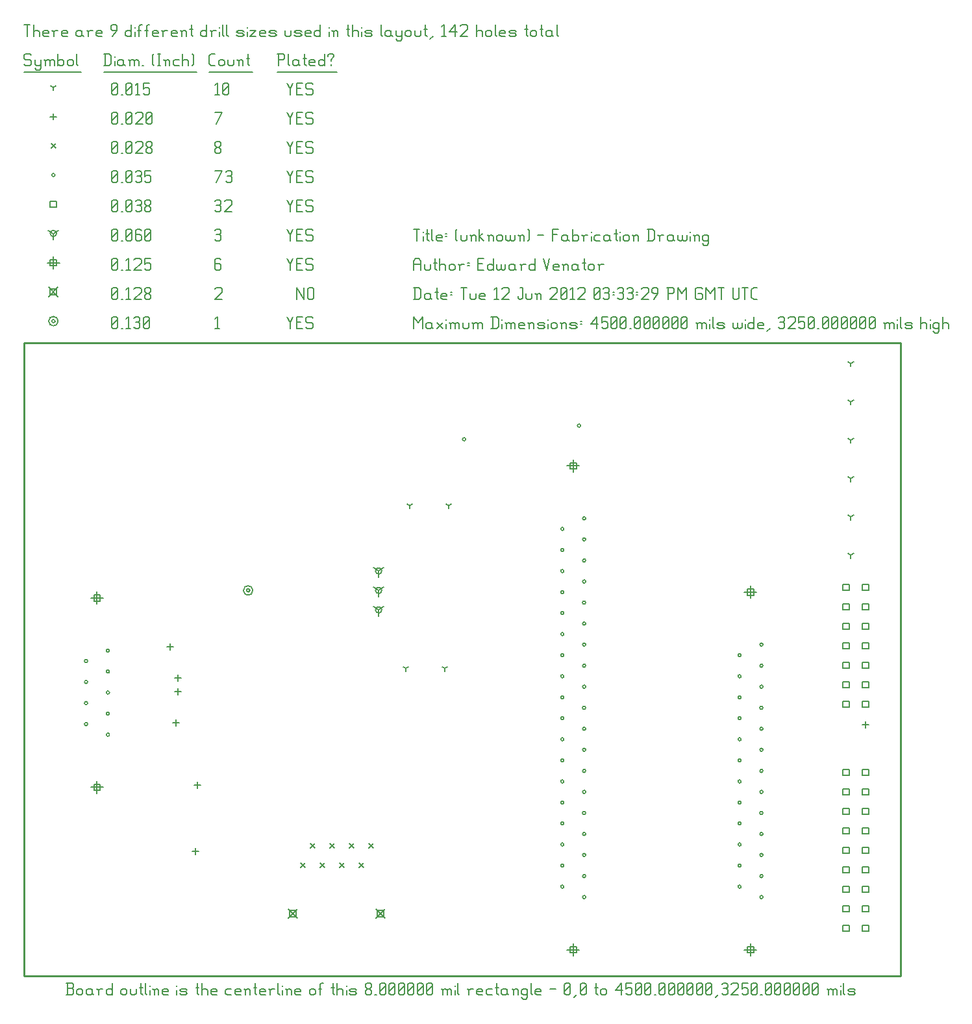
<source format=gbr>
G04 start of page 11 for group -3984 idx -3984 *
G04 Title: (unknown), fab *
G04 Creator: pcb 20110918 *
G04 CreationDate: Tue 12 Jun 2012 03:33:29 PM GMT UTC *
G04 For: ed *
G04 Format: Gerber/RS-274X *
G04 PCB-Dimensions: 450000 325000 *
G04 PCB-Coordinate-Origin: lower left *
%MOIN*%
%FSLAX25Y25*%
%LNFAB*%
%ADD87C,0.0100*%
%ADD86C,0.0075*%
%ADD85C,0.0060*%
%ADD84R,0.0080X0.0080*%
G54D84*X114200Y198000D02*G75*G03X115800Y198000I800J0D01*G01*
G75*G03X114200Y198000I-800J0D01*G01*
X112600D02*G75*G03X117400Y198000I2400J0D01*G01*
G75*G03X112600Y198000I-2400J0D01*G01*
X14200Y336250D02*G75*G03X15800Y336250I800J0D01*G01*
G75*G03X14200Y336250I-800J0D01*G01*
X12600D02*G75*G03X17400Y336250I2400J0D01*G01*
G75*G03X12600Y336250I-2400J0D01*G01*
G54D85*X135000Y338500D02*X136500Y335500D01*
X138000Y338500D01*
X136500Y335500D02*Y332500D01*
X139800Y335800D02*X142050D01*
X139800Y332500D02*X142800D01*
X139800Y338500D02*Y332500D01*
Y338500D02*X142800D01*
X147600D02*X148350Y337750D01*
X145350Y338500D02*X147600D01*
X144600Y337750D02*X145350Y338500D01*
X144600Y337750D02*Y336250D01*
X145350Y335500D01*
X147600D01*
X148350Y334750D01*
Y333250D01*
X147600Y332500D02*X148350Y333250D01*
X145350Y332500D02*X147600D01*
X144600Y333250D02*X145350Y332500D01*
X98000Y337300D02*X99200Y338500D01*
Y332500D01*
X98000D02*X100250D01*
X45000Y333250D02*X45750Y332500D01*
X45000Y337750D02*Y333250D01*
Y337750D02*X45750Y338500D01*
X47250D01*
X48000Y337750D01*
Y333250D01*
X47250Y332500D02*X48000Y333250D01*
X45750Y332500D02*X47250D01*
X45000Y334000D02*X48000Y337000D01*
X49800Y332500D02*X50550D01*
X52350Y337300D02*X53550Y338500D01*
Y332500D01*
X52350D02*X54600D01*
X56400Y337750D02*X57150Y338500D01*
X58650D01*
X59400Y337750D01*
X58650Y332500D02*X59400Y333250D01*
X57150Y332500D02*X58650D01*
X56400Y333250D02*X57150Y332500D01*
Y335800D02*X58650D01*
X59400Y337750D02*Y336550D01*
Y335050D02*Y333250D01*
Y335050D02*X58650Y335800D01*
X59400Y336550D02*X58650Y335800D01*
X61200Y333250D02*X61950Y332500D01*
X61200Y337750D02*Y333250D01*
Y337750D02*X61950Y338500D01*
X63450D01*
X64200Y337750D01*
Y333250D01*
X63450Y332500D02*X64200Y333250D01*
X61950Y332500D02*X63450D01*
X61200Y334000D02*X64200Y337000D01*
X135600Y34400D02*X140400Y29600D01*
X135600D02*X140400Y34400D01*
X136400Y33600D02*X139600D01*
X136400D02*Y30400D01*
X139600D01*
Y33600D02*Y30400D01*
X180600Y34400D02*X185400Y29600D01*
X180600D02*X185400Y34400D01*
X181400Y33600D02*X184600D01*
X181400D02*Y30400D01*
X184600D01*
Y33600D02*Y30400D01*
X12600Y353650D02*X17400Y348850D01*
X12600D02*X17400Y353650D01*
X13400Y352850D02*X16600D01*
X13400D02*Y349650D01*
X16600D01*
Y352850D02*Y349650D01*
X140000Y353500D02*Y347500D01*
Y353500D02*X143750Y347500D01*
Y353500D02*Y347500D01*
X145550Y352750D02*Y348250D01*
Y352750D02*X146300Y353500D01*
X147800D01*
X148550Y352750D01*
Y348250D01*
X147800Y347500D02*X148550Y348250D01*
X146300Y347500D02*X147800D01*
X145550Y348250D02*X146300Y347500D01*
X98000Y352750D02*X98750Y353500D01*
X101000D01*
X101750Y352750D01*
Y351250D01*
X98000Y347500D02*X101750Y351250D01*
X98000Y347500D02*X101750D01*
X45000Y348250D02*X45750Y347500D01*
X45000Y352750D02*Y348250D01*
Y352750D02*X45750Y353500D01*
X47250D01*
X48000Y352750D01*
Y348250D01*
X47250Y347500D02*X48000Y348250D01*
X45750Y347500D02*X47250D01*
X45000Y349000D02*X48000Y352000D01*
X49800Y347500D02*X50550D01*
X52350Y352300D02*X53550Y353500D01*
Y347500D01*
X52350D02*X54600D01*
X56400Y352750D02*X57150Y353500D01*
X59400D01*
X60150Y352750D01*
Y351250D01*
X56400Y347500D02*X60150Y351250D01*
X56400Y347500D02*X60150D01*
X61950Y348250D02*X62700Y347500D01*
X61950Y349450D02*Y348250D01*
Y349450D02*X63000Y350500D01*
X63900D01*
X64950Y349450D01*
Y348250D01*
X64200Y347500D02*X64950Y348250D01*
X62700Y347500D02*X64200D01*
X61950Y351550D02*X63000Y350500D01*
X61950Y352750D02*Y351550D01*
Y352750D02*X62700Y353500D01*
X64200D01*
X64950Y352750D01*
Y351550D01*
X63900Y350500D02*X64950Y351550D01*
X372900Y16770D02*Y10370D01*
X369700Y13570D02*X376100D01*
X371300Y15170D02*X374500D01*
X371300D02*Y11970D01*
X374500D01*
Y15170D02*Y11970D01*
X372900Y200370D02*Y193970D01*
X369700Y197170D02*X376100D01*
X371300Y198770D02*X374500D01*
X371300D02*Y195570D01*
X374500D01*
Y198770D02*Y195570D01*
X37400Y197370D02*Y190970D01*
X34200Y194170D02*X40600D01*
X35800Y195770D02*X39000D01*
X35800D02*Y192570D01*
X39000D01*
Y195770D02*Y192570D01*
X37400Y100170D02*Y93770D01*
X34200Y96970D02*X40600D01*
X35800Y98570D02*X39000D01*
X35800D02*Y95370D01*
X39000D01*
Y98570D02*Y95370D01*
X281900Y16770D02*Y10370D01*
X278700Y13570D02*X285100D01*
X280300Y15170D02*X283500D01*
X280300D02*Y11970D01*
X283500D01*
Y15170D02*Y11970D01*
X281900Y265170D02*Y258770D01*
X278700Y261970D02*X285100D01*
X280300Y263570D02*X283500D01*
X280300D02*Y260370D01*
X283500D01*
Y263570D02*Y260370D01*
X15000Y369450D02*Y363050D01*
X11800Y366250D02*X18200D01*
X13400Y367850D02*X16600D01*
X13400D02*Y364650D01*
X16600D01*
Y367850D02*Y364650D01*
X135000Y368500D02*X136500Y365500D01*
X138000Y368500D01*
X136500Y365500D02*Y362500D01*
X139800Y365800D02*X142050D01*
X139800Y362500D02*X142800D01*
X139800Y368500D02*Y362500D01*
Y368500D02*X142800D01*
X147600D02*X148350Y367750D01*
X145350Y368500D02*X147600D01*
X144600Y367750D02*X145350Y368500D01*
X144600Y367750D02*Y366250D01*
X145350Y365500D01*
X147600D01*
X148350Y364750D01*
Y363250D01*
X147600Y362500D02*X148350Y363250D01*
X145350Y362500D02*X147600D01*
X144600Y363250D02*X145350Y362500D01*
X100250Y368500D02*X101000Y367750D01*
X98750Y368500D02*X100250D01*
X98000Y367750D02*X98750Y368500D01*
X98000Y367750D02*Y363250D01*
X98750Y362500D01*
X100250Y365800D02*X101000Y365050D01*
X98000Y365800D02*X100250D01*
X98750Y362500D02*X100250D01*
X101000Y363250D01*
Y365050D02*Y363250D01*
X45000D02*X45750Y362500D01*
X45000Y367750D02*Y363250D01*
Y367750D02*X45750Y368500D01*
X47250D01*
X48000Y367750D01*
Y363250D01*
X47250Y362500D02*X48000Y363250D01*
X45750Y362500D02*X47250D01*
X45000Y364000D02*X48000Y367000D01*
X49800Y362500D02*X50550D01*
X52350Y367300D02*X53550Y368500D01*
Y362500D01*
X52350D02*X54600D01*
X56400Y367750D02*X57150Y368500D01*
X59400D01*
X60150Y367750D01*
Y366250D01*
X56400Y362500D02*X60150Y366250D01*
X56400Y362500D02*X60150D01*
X61950Y368500D02*X64950D01*
X61950D02*Y365500D01*
X62700Y366250D01*
X64200D01*
X64950Y365500D01*
Y363250D01*
X64200Y362500D02*X64950Y363250D01*
X62700Y362500D02*X64200D01*
X61950Y363250D02*X62700Y362500D01*
X182000Y188000D02*Y184800D01*
Y188000D02*X184773Y189600D01*
X182000Y188000D02*X179227Y189600D01*
X180400Y188000D02*G75*G03X183600Y188000I1600J0D01*G01*
G75*G03X180400Y188000I-1600J0D01*G01*
X182000Y198000D02*Y194800D01*
Y198000D02*X184773Y199600D01*
X182000Y198000D02*X179227Y199600D01*
X180400Y198000D02*G75*G03X183600Y198000I1600J0D01*G01*
G75*G03X180400Y198000I-1600J0D01*G01*
X182000Y208000D02*Y204800D01*
Y208000D02*X184773Y209600D01*
X182000Y208000D02*X179227Y209600D01*
X180400Y208000D02*G75*G03X183600Y208000I1600J0D01*G01*
G75*G03X180400Y208000I-1600J0D01*G01*
X15000Y381250D02*Y378050D01*
Y381250D02*X17773Y382850D01*
X15000Y381250D02*X12227Y382850D01*
X13400Y381250D02*G75*G03X16600Y381250I1600J0D01*G01*
G75*G03X13400Y381250I-1600J0D01*G01*
X135000Y383500D02*X136500Y380500D01*
X138000Y383500D01*
X136500Y380500D02*Y377500D01*
X139800Y380800D02*X142050D01*
X139800Y377500D02*X142800D01*
X139800Y383500D02*Y377500D01*
Y383500D02*X142800D01*
X147600D02*X148350Y382750D01*
X145350Y383500D02*X147600D01*
X144600Y382750D02*X145350Y383500D01*
X144600Y382750D02*Y381250D01*
X145350Y380500D01*
X147600D01*
X148350Y379750D01*
Y378250D01*
X147600Y377500D02*X148350Y378250D01*
X145350Y377500D02*X147600D01*
X144600Y378250D02*X145350Y377500D01*
X98000Y382750D02*X98750Y383500D01*
X100250D01*
X101000Y382750D01*
X100250Y377500D02*X101000Y378250D01*
X98750Y377500D02*X100250D01*
X98000Y378250D02*X98750Y377500D01*
Y380800D02*X100250D01*
X101000Y382750D02*Y381550D01*
Y380050D02*Y378250D01*
Y380050D02*X100250Y380800D01*
X101000Y381550D02*X100250Y380800D01*
X45000Y378250D02*X45750Y377500D01*
X45000Y382750D02*Y378250D01*
Y382750D02*X45750Y383500D01*
X47250D01*
X48000Y382750D01*
Y378250D01*
X47250Y377500D02*X48000Y378250D01*
X45750Y377500D02*X47250D01*
X45000Y379000D02*X48000Y382000D01*
X49800Y377500D02*X50550D01*
X52350Y378250D02*X53100Y377500D01*
X52350Y382750D02*Y378250D01*
Y382750D02*X53100Y383500D01*
X54600D01*
X55350Y382750D01*
Y378250D01*
X54600Y377500D02*X55350Y378250D01*
X53100Y377500D02*X54600D01*
X52350Y379000D02*X55350Y382000D01*
X59400Y383500D02*X60150Y382750D01*
X57900Y383500D02*X59400D01*
X57150Y382750D02*X57900Y383500D01*
X57150Y382750D02*Y378250D01*
X57900Y377500D01*
X59400Y380800D02*X60150Y380050D01*
X57150Y380800D02*X59400D01*
X57900Y377500D02*X59400D01*
X60150Y378250D01*
Y380050D02*Y378250D01*
X61950D02*X62700Y377500D01*
X61950Y382750D02*Y378250D01*
Y382750D02*X62700Y383500D01*
X64200D01*
X64950Y382750D01*
Y378250D01*
X64200Y377500D02*X64950Y378250D01*
X62700Y377500D02*X64200D01*
X61950Y379000D02*X64950Y382000D01*
X430300Y181170D02*X433500D01*
X430300D02*Y177970D01*
X433500D01*
Y181170D02*Y177970D01*
X430300Y191170D02*X433500D01*
X430300D02*Y187970D01*
X433500D01*
Y191170D02*Y187970D01*
X430300Y201170D02*X433500D01*
X430300D02*Y197970D01*
X433500D01*
Y201170D02*Y197970D01*
X420300Y181170D02*X423500D01*
X420300D02*Y177970D01*
X423500D01*
Y181170D02*Y177970D01*
X420300Y191170D02*X423500D01*
X420300D02*Y187970D01*
X423500D01*
Y191170D02*Y187970D01*
X420300Y201170D02*X423500D01*
X420300D02*Y197970D01*
X423500D01*
Y201170D02*Y197970D01*
X420300Y151170D02*X423500D01*
X420300D02*Y147970D01*
X423500D01*
Y151170D02*Y147970D01*
X420300Y161170D02*X423500D01*
X420300D02*Y157970D01*
X423500D01*
Y161170D02*Y157970D01*
X420300Y171170D02*X423500D01*
X420300D02*Y167970D01*
X423500D01*
Y171170D02*Y167970D01*
X430300Y26170D02*X433500D01*
X430300D02*Y22970D01*
X433500D01*
Y26170D02*Y22970D01*
X420300Y26170D02*X423500D01*
X420300D02*Y22970D01*
X423500D01*
Y26170D02*Y22970D01*
X430300Y141170D02*X433500D01*
X430300D02*Y137970D01*
X433500D01*
Y141170D02*Y137970D01*
X420300Y141170D02*X423500D01*
X420300D02*Y137970D01*
X423500D01*
Y141170D02*Y137970D01*
X430300Y151170D02*X433500D01*
X430300D02*Y147970D01*
X433500D01*
Y151170D02*Y147970D01*
X430300Y161170D02*X433500D01*
X430300D02*Y157970D01*
X433500D01*
Y161170D02*Y157970D01*
X430300Y171170D02*X433500D01*
X430300D02*Y167970D01*
X433500D01*
Y171170D02*Y167970D01*
X430300Y36170D02*X433500D01*
X430300D02*Y32970D01*
X433500D01*
Y36170D02*Y32970D01*
X430300Y46170D02*X433500D01*
X430300D02*Y42970D01*
X433500D01*
Y46170D02*Y42970D01*
X430300Y56170D02*X433500D01*
X430300D02*Y52970D01*
X433500D01*
Y56170D02*Y52970D01*
X430300Y66170D02*X433500D01*
X430300D02*Y62970D01*
X433500D01*
Y66170D02*Y62970D01*
X420300Y66170D02*X423500D01*
X420300D02*Y62970D01*
X423500D01*
Y66170D02*Y62970D01*
X420300Y56170D02*X423500D01*
X420300D02*Y52970D01*
X423500D01*
Y56170D02*Y52970D01*
X420300Y46170D02*X423500D01*
X420300D02*Y42970D01*
X423500D01*
Y46170D02*Y42970D01*
X420300Y36170D02*X423500D01*
X420300D02*Y32970D01*
X423500D01*
Y36170D02*Y32970D01*
X430300Y76170D02*X433500D01*
X430300D02*Y72970D01*
X433500D01*
Y76170D02*Y72970D01*
X430300Y86170D02*X433500D01*
X430300D02*Y82970D01*
X433500D01*
Y86170D02*Y82970D01*
X430300Y96170D02*X433500D01*
X430300D02*Y92970D01*
X433500D01*
Y96170D02*Y92970D01*
X430300Y106170D02*X433500D01*
X430300D02*Y102970D01*
X433500D01*
Y106170D02*Y102970D01*
X420300Y106170D02*X423500D01*
X420300D02*Y102970D01*
X423500D01*
Y106170D02*Y102970D01*
X420300Y96170D02*X423500D01*
X420300D02*Y92970D01*
X423500D01*
Y96170D02*Y92970D01*
X420300Y86170D02*X423500D01*
X420300D02*Y82970D01*
X423500D01*
Y86170D02*Y82970D01*
X420300Y76170D02*X423500D01*
X420300D02*Y72970D01*
X423500D01*
Y76170D02*Y72970D01*
X13400Y397850D02*X16600D01*
X13400D02*Y394650D01*
X16600D01*
Y397850D02*Y394650D01*
X135000Y398500D02*X136500Y395500D01*
X138000Y398500D01*
X136500Y395500D02*Y392500D01*
X139800Y395800D02*X142050D01*
X139800Y392500D02*X142800D01*
X139800Y398500D02*Y392500D01*
Y398500D02*X142800D01*
X147600D02*X148350Y397750D01*
X145350Y398500D02*X147600D01*
X144600Y397750D02*X145350Y398500D01*
X144600Y397750D02*Y396250D01*
X145350Y395500D01*
X147600D01*
X148350Y394750D01*
Y393250D01*
X147600Y392500D02*X148350Y393250D01*
X145350Y392500D02*X147600D01*
X144600Y393250D02*X145350Y392500D01*
X98000Y397750D02*X98750Y398500D01*
X100250D01*
X101000Y397750D01*
X100250Y392500D02*X101000Y393250D01*
X98750Y392500D02*X100250D01*
X98000Y393250D02*X98750Y392500D01*
Y395800D02*X100250D01*
X101000Y397750D02*Y396550D01*
Y395050D02*Y393250D01*
Y395050D02*X100250Y395800D01*
X101000Y396550D02*X100250Y395800D01*
X102800Y397750D02*X103550Y398500D01*
X105800D01*
X106550Y397750D01*
Y396250D01*
X102800Y392500D02*X106550Y396250D01*
X102800Y392500D02*X106550D01*
X45000Y393250D02*X45750Y392500D01*
X45000Y397750D02*Y393250D01*
Y397750D02*X45750Y398500D01*
X47250D01*
X48000Y397750D01*
Y393250D01*
X47250Y392500D02*X48000Y393250D01*
X45750Y392500D02*X47250D01*
X45000Y394000D02*X48000Y397000D01*
X49800Y392500D02*X50550D01*
X52350Y393250D02*X53100Y392500D01*
X52350Y397750D02*Y393250D01*
Y397750D02*X53100Y398500D01*
X54600D01*
X55350Y397750D01*
Y393250D01*
X54600Y392500D02*X55350Y393250D01*
X53100Y392500D02*X54600D01*
X52350Y394000D02*X55350Y397000D01*
X57150Y397750D02*X57900Y398500D01*
X59400D01*
X60150Y397750D01*
X59400Y392500D02*X60150Y393250D01*
X57900Y392500D02*X59400D01*
X57150Y393250D02*X57900Y392500D01*
Y395800D02*X59400D01*
X60150Y397750D02*Y396550D01*
Y395050D02*Y393250D01*
Y395050D02*X59400Y395800D01*
X60150Y396550D02*X59400Y395800D01*
X61950Y393250D02*X62700Y392500D01*
X61950Y394450D02*Y393250D01*
Y394450D02*X63000Y395500D01*
X63900D01*
X64950Y394450D01*
Y393250D01*
X64200Y392500D02*X64950Y393250D01*
X62700Y392500D02*X64200D01*
X61950Y396550D02*X63000Y395500D01*
X61950Y397750D02*Y396550D01*
Y397750D02*X62700Y398500D01*
X64200D01*
X64950Y397750D01*
Y396550D01*
X63900Y395500D02*X64950Y396550D01*
X377700Y170170D02*G75*G03X379300Y170170I800J0D01*G01*
G75*G03X377700Y170170I-800J0D01*G01*
Y159370D02*G75*G03X379300Y159370I800J0D01*G01*
G75*G03X377700Y159370I-800J0D01*G01*
Y148570D02*G75*G03X379300Y148570I800J0D01*G01*
G75*G03X377700Y148570I-800J0D01*G01*
Y137770D02*G75*G03X379300Y137770I800J0D01*G01*
G75*G03X377700Y137770I-800J0D01*G01*
Y126970D02*G75*G03X379300Y126970I800J0D01*G01*
G75*G03X377700Y126970I-800J0D01*G01*
Y116170D02*G75*G03X379300Y116170I800J0D01*G01*
G75*G03X377700Y116170I-800J0D01*G01*
Y105370D02*G75*G03X379300Y105370I800J0D01*G01*
G75*G03X377700Y105370I-800J0D01*G01*
Y94570D02*G75*G03X379300Y94570I800J0D01*G01*
G75*G03X377700Y94570I-800J0D01*G01*
Y83770D02*G75*G03X379300Y83770I800J0D01*G01*
G75*G03X377700Y83770I-800J0D01*G01*
Y72970D02*G75*G03X379300Y72970I800J0D01*G01*
G75*G03X377700Y72970I-800J0D01*G01*
Y62170D02*G75*G03X379300Y62170I800J0D01*G01*
G75*G03X377700Y62170I-800J0D01*G01*
Y51370D02*G75*G03X379300Y51370I800J0D01*G01*
G75*G03X377700Y51370I-800J0D01*G01*
Y40570D02*G75*G03X379300Y40570I800J0D01*G01*
G75*G03X377700Y40570I-800J0D01*G01*
X366500Y164770D02*G75*G03X368100Y164770I800J0D01*G01*
G75*G03X366500Y164770I-800J0D01*G01*
Y153970D02*G75*G03X368100Y153970I800J0D01*G01*
G75*G03X366500Y153970I-800J0D01*G01*
Y143170D02*G75*G03X368100Y143170I800J0D01*G01*
G75*G03X366500Y143170I-800J0D01*G01*
Y132370D02*G75*G03X368100Y132370I800J0D01*G01*
G75*G03X366500Y132370I-800J0D01*G01*
Y121570D02*G75*G03X368100Y121570I800J0D01*G01*
G75*G03X366500Y121570I-800J0D01*G01*
Y110770D02*G75*G03X368100Y110770I800J0D01*G01*
G75*G03X366500Y110770I-800J0D01*G01*
Y99970D02*G75*G03X368100Y99970I800J0D01*G01*
G75*G03X366500Y99970I-800J0D01*G01*
Y89170D02*G75*G03X368100Y89170I800J0D01*G01*
G75*G03X366500Y89170I-800J0D01*G01*
Y78370D02*G75*G03X368100Y78370I800J0D01*G01*
G75*G03X366500Y78370I-800J0D01*G01*
Y67570D02*G75*G03X368100Y67570I800J0D01*G01*
G75*G03X366500Y67570I-800J0D01*G01*
Y56770D02*G75*G03X368100Y56770I800J0D01*G01*
G75*G03X366500Y56770I-800J0D01*G01*
Y45970D02*G75*G03X368100Y45970I800J0D01*G01*
G75*G03X366500Y45970I-800J0D01*G01*
X42200Y123970D02*G75*G03X43800Y123970I800J0D01*G01*
G75*G03X42200Y123970I-800J0D01*G01*
Y134770D02*G75*G03X43800Y134770I800J0D01*G01*
G75*G03X42200Y134770I-800J0D01*G01*
Y145570D02*G75*G03X43800Y145570I800J0D01*G01*
G75*G03X42200Y145570I-800J0D01*G01*
Y156370D02*G75*G03X43800Y156370I800J0D01*G01*
G75*G03X42200Y156370I-800J0D01*G01*
Y167170D02*G75*G03X43800Y167170I800J0D01*G01*
G75*G03X42200Y167170I-800J0D01*G01*
X31000Y129370D02*G75*G03X32600Y129370I800J0D01*G01*
G75*G03X31000Y129370I-800J0D01*G01*
Y140170D02*G75*G03X32600Y140170I800J0D01*G01*
G75*G03X31000Y140170I-800J0D01*G01*
Y150970D02*G75*G03X32600Y150970I800J0D01*G01*
G75*G03X31000Y150970I-800J0D01*G01*
Y161770D02*G75*G03X32600Y161770I800J0D01*G01*
G75*G03X31000Y161770I-800J0D01*G01*
X286700Y234970D02*G75*G03X288300Y234970I800J0D01*G01*
G75*G03X286700Y234970I-800J0D01*G01*
Y224170D02*G75*G03X288300Y224170I800J0D01*G01*
G75*G03X286700Y224170I-800J0D01*G01*
Y213370D02*G75*G03X288300Y213370I800J0D01*G01*
G75*G03X286700Y213370I-800J0D01*G01*
Y202570D02*G75*G03X288300Y202570I800J0D01*G01*
G75*G03X286700Y202570I-800J0D01*G01*
Y191770D02*G75*G03X288300Y191770I800J0D01*G01*
G75*G03X286700Y191770I-800J0D01*G01*
Y180970D02*G75*G03X288300Y180970I800J0D01*G01*
G75*G03X286700Y180970I-800J0D01*G01*
Y170170D02*G75*G03X288300Y170170I800J0D01*G01*
G75*G03X286700Y170170I-800J0D01*G01*
Y159370D02*G75*G03X288300Y159370I800J0D01*G01*
G75*G03X286700Y159370I-800J0D01*G01*
Y148570D02*G75*G03X288300Y148570I800J0D01*G01*
G75*G03X286700Y148570I-800J0D01*G01*
Y137770D02*G75*G03X288300Y137770I800J0D01*G01*
G75*G03X286700Y137770I-800J0D01*G01*
Y126970D02*G75*G03X288300Y126970I800J0D01*G01*
G75*G03X286700Y126970I-800J0D01*G01*
Y116170D02*G75*G03X288300Y116170I800J0D01*G01*
G75*G03X286700Y116170I-800J0D01*G01*
Y105370D02*G75*G03X288300Y105370I800J0D01*G01*
G75*G03X286700Y105370I-800J0D01*G01*
Y94570D02*G75*G03X288300Y94570I800J0D01*G01*
G75*G03X286700Y94570I-800J0D01*G01*
Y83770D02*G75*G03X288300Y83770I800J0D01*G01*
G75*G03X286700Y83770I-800J0D01*G01*
Y72970D02*G75*G03X288300Y72970I800J0D01*G01*
G75*G03X286700Y72970I-800J0D01*G01*
Y62170D02*G75*G03X288300Y62170I800J0D01*G01*
G75*G03X286700Y62170I-800J0D01*G01*
Y51370D02*G75*G03X288300Y51370I800J0D01*G01*
G75*G03X286700Y51370I-800J0D01*G01*
Y40570D02*G75*G03X288300Y40570I800J0D01*G01*
G75*G03X286700Y40570I-800J0D01*G01*
X275500Y229570D02*G75*G03X277100Y229570I800J0D01*G01*
G75*G03X275500Y229570I-800J0D01*G01*
Y218770D02*G75*G03X277100Y218770I800J0D01*G01*
G75*G03X275500Y218770I-800J0D01*G01*
Y207970D02*G75*G03X277100Y207970I800J0D01*G01*
G75*G03X275500Y207970I-800J0D01*G01*
Y197170D02*G75*G03X277100Y197170I800J0D01*G01*
G75*G03X275500Y197170I-800J0D01*G01*
Y186370D02*G75*G03X277100Y186370I800J0D01*G01*
G75*G03X275500Y186370I-800J0D01*G01*
Y175570D02*G75*G03X277100Y175570I800J0D01*G01*
G75*G03X275500Y175570I-800J0D01*G01*
Y164770D02*G75*G03X277100Y164770I800J0D01*G01*
G75*G03X275500Y164770I-800J0D01*G01*
Y153970D02*G75*G03X277100Y153970I800J0D01*G01*
G75*G03X275500Y153970I-800J0D01*G01*
Y143170D02*G75*G03X277100Y143170I800J0D01*G01*
G75*G03X275500Y143170I-800J0D01*G01*
Y132370D02*G75*G03X277100Y132370I800J0D01*G01*
G75*G03X275500Y132370I-800J0D01*G01*
Y121570D02*G75*G03X277100Y121570I800J0D01*G01*
G75*G03X275500Y121570I-800J0D01*G01*
Y110770D02*G75*G03X277100Y110770I800J0D01*G01*
G75*G03X275500Y110770I-800J0D01*G01*
Y99970D02*G75*G03X277100Y99970I800J0D01*G01*
G75*G03X275500Y99970I-800J0D01*G01*
Y89170D02*G75*G03X277100Y89170I800J0D01*G01*
G75*G03X275500Y89170I-800J0D01*G01*
Y78370D02*G75*G03X277100Y78370I800J0D01*G01*
G75*G03X275500Y78370I-800J0D01*G01*
Y67570D02*G75*G03X277100Y67570I800J0D01*G01*
G75*G03X275500Y67570I-800J0D01*G01*
Y56770D02*G75*G03X277100Y56770I800J0D01*G01*
G75*G03X275500Y56770I-800J0D01*G01*
Y45970D02*G75*G03X277100Y45970I800J0D01*G01*
G75*G03X275500Y45970I-800J0D01*G01*
X284100Y282570D02*G75*G03X285700Y282570I800J0D01*G01*
G75*G03X284100Y282570I-800J0D01*G01*
X225100Y275570D02*G75*G03X226700Y275570I800J0D01*G01*
G75*G03X225100Y275570I-800J0D01*G01*
X14200Y411250D02*G75*G03X15800Y411250I800J0D01*G01*
G75*G03X14200Y411250I-800J0D01*G01*
X135000Y413500D02*X136500Y410500D01*
X138000Y413500D01*
X136500Y410500D02*Y407500D01*
X139800Y410800D02*X142050D01*
X139800Y407500D02*X142800D01*
X139800Y413500D02*Y407500D01*
Y413500D02*X142800D01*
X147600D02*X148350Y412750D01*
X145350Y413500D02*X147600D01*
X144600Y412750D02*X145350Y413500D01*
X144600Y412750D02*Y411250D01*
X145350Y410500D01*
X147600D01*
X148350Y409750D01*
Y408250D01*
X147600Y407500D02*X148350Y408250D01*
X145350Y407500D02*X147600D01*
X144600Y408250D02*X145350Y407500D01*
X98750D02*X101750Y413500D01*
X98000D02*X101750D01*
X103550Y412750D02*X104300Y413500D01*
X105800D01*
X106550Y412750D01*
X105800Y407500D02*X106550Y408250D01*
X104300Y407500D02*X105800D01*
X103550Y408250D02*X104300Y407500D01*
Y410800D02*X105800D01*
X106550Y412750D02*Y411550D01*
Y410050D02*Y408250D01*
Y410050D02*X105800Y410800D01*
X106550Y411550D02*X105800Y410800D01*
X45000Y408250D02*X45750Y407500D01*
X45000Y412750D02*Y408250D01*
Y412750D02*X45750Y413500D01*
X47250D01*
X48000Y412750D01*
Y408250D01*
X47250Y407500D02*X48000Y408250D01*
X45750Y407500D02*X47250D01*
X45000Y409000D02*X48000Y412000D01*
X49800Y407500D02*X50550D01*
X52350Y408250D02*X53100Y407500D01*
X52350Y412750D02*Y408250D01*
Y412750D02*X53100Y413500D01*
X54600D01*
X55350Y412750D01*
Y408250D01*
X54600Y407500D02*X55350Y408250D01*
X53100Y407500D02*X54600D01*
X52350Y409000D02*X55350Y412000D01*
X57150Y412750D02*X57900Y413500D01*
X59400D01*
X60150Y412750D01*
X59400Y407500D02*X60150Y408250D01*
X57900Y407500D02*X59400D01*
X57150Y408250D02*X57900Y407500D01*
Y410800D02*X59400D01*
X60150Y412750D02*Y411550D01*
Y410050D02*Y408250D01*
Y410050D02*X59400Y410800D01*
X60150Y411550D02*X59400Y410800D01*
X61950Y413500D02*X64950D01*
X61950D02*Y410500D01*
X62700Y411250D01*
X64200D01*
X64950Y410500D01*
Y408250D01*
X64200Y407500D02*X64950Y408250D01*
X62700Y407500D02*X64200D01*
X61950Y408250D02*X62700Y407500D01*
X176800Y68200D02*X179200Y65800D01*
X176800D02*X179200Y68200D01*
X171800Y58200D02*X174200Y55800D01*
X171800D02*X174200Y58200D01*
X156800Y68200D02*X159200Y65800D01*
X156800D02*X159200Y68200D01*
X151800Y58200D02*X154200Y55800D01*
X151800D02*X154200Y58200D01*
X161800D02*X164200Y55800D01*
X161800D02*X164200Y58200D01*
X141800D02*X144200Y55800D01*
X141800D02*X144200Y58200D01*
X146800Y68200D02*X149200Y65800D01*
X146800D02*X149200Y68200D01*
X166800D02*X169200Y65800D01*
X166800D02*X169200Y68200D01*
X13800Y427450D02*X16200Y425050D01*
X13800D02*X16200Y427450D01*
X135000Y428500D02*X136500Y425500D01*
X138000Y428500D01*
X136500Y425500D02*Y422500D01*
X139800Y425800D02*X142050D01*
X139800Y422500D02*X142800D01*
X139800Y428500D02*Y422500D01*
Y428500D02*X142800D01*
X147600D02*X148350Y427750D01*
X145350Y428500D02*X147600D01*
X144600Y427750D02*X145350Y428500D01*
X144600Y427750D02*Y426250D01*
X145350Y425500D01*
X147600D01*
X148350Y424750D01*
Y423250D01*
X147600Y422500D02*X148350Y423250D01*
X145350Y422500D02*X147600D01*
X144600Y423250D02*X145350Y422500D01*
X98000Y423250D02*X98750Y422500D01*
X98000Y424450D02*Y423250D01*
Y424450D02*X99050Y425500D01*
X99950D01*
X101000Y424450D01*
Y423250D01*
X100250Y422500D02*X101000Y423250D01*
X98750Y422500D02*X100250D01*
X98000Y426550D02*X99050Y425500D01*
X98000Y427750D02*Y426550D01*
Y427750D02*X98750Y428500D01*
X100250D01*
X101000Y427750D01*
Y426550D01*
X99950Y425500D02*X101000Y426550D01*
X45000Y423250D02*X45750Y422500D01*
X45000Y427750D02*Y423250D01*
Y427750D02*X45750Y428500D01*
X47250D01*
X48000Y427750D01*
Y423250D01*
X47250Y422500D02*X48000Y423250D01*
X45750Y422500D02*X47250D01*
X45000Y424000D02*X48000Y427000D01*
X49800Y422500D02*X50550D01*
X52350Y423250D02*X53100Y422500D01*
X52350Y427750D02*Y423250D01*
Y427750D02*X53100Y428500D01*
X54600D01*
X55350Y427750D01*
Y423250D01*
X54600Y422500D02*X55350Y423250D01*
X53100Y422500D02*X54600D01*
X52350Y424000D02*X55350Y427000D01*
X57150Y427750D02*X57900Y428500D01*
X60150D01*
X60900Y427750D01*
Y426250D01*
X57150Y422500D02*X60900Y426250D01*
X57150Y422500D02*X60900D01*
X62700Y423250D02*X63450Y422500D01*
X62700Y424450D02*Y423250D01*
Y424450D02*X63750Y425500D01*
X64650D01*
X65700Y424450D01*
Y423250D01*
X64950Y422500D02*X65700Y423250D01*
X63450Y422500D02*X64950D01*
X62700Y426550D02*X63750Y425500D01*
X62700Y427750D02*Y426550D01*
Y427750D02*X63450Y428500D01*
X64950D01*
X65700Y427750D01*
Y426550D01*
X64650Y425500D02*X65700Y426550D01*
X89000Y99600D02*Y96400D01*
X87400Y98000D02*X90600D01*
X88000Y65600D02*Y62400D01*
X86400Y64000D02*X89600D01*
X78000Y131600D02*Y128400D01*
X76400Y130000D02*X79600D01*
X75000Y170600D02*Y167400D01*
X73400Y169000D02*X76600D01*
X79000Y147600D02*Y144400D01*
X77400Y146000D02*X80600D01*
X79000Y154600D02*Y151400D01*
X77400Y153000D02*X80600D01*
X432000Y130600D02*Y127400D01*
X430400Y129000D02*X433600D01*
X15000Y442850D02*Y439650D01*
X13400Y441250D02*X16600D01*
X135000Y443500D02*X136500Y440500D01*
X138000Y443500D01*
X136500Y440500D02*Y437500D01*
X139800Y440800D02*X142050D01*
X139800Y437500D02*X142800D01*
X139800Y443500D02*Y437500D01*
Y443500D02*X142800D01*
X147600D02*X148350Y442750D01*
X145350Y443500D02*X147600D01*
X144600Y442750D02*X145350Y443500D01*
X144600Y442750D02*Y441250D01*
X145350Y440500D01*
X147600D01*
X148350Y439750D01*
Y438250D01*
X147600Y437500D02*X148350Y438250D01*
X145350Y437500D02*X147600D01*
X144600Y438250D02*X145350Y437500D01*
X98750D02*X101750Y443500D01*
X98000D02*X101750D01*
X45000Y438250D02*X45750Y437500D01*
X45000Y442750D02*Y438250D01*
Y442750D02*X45750Y443500D01*
X47250D01*
X48000Y442750D01*
Y438250D01*
X47250Y437500D02*X48000Y438250D01*
X45750Y437500D02*X47250D01*
X45000Y439000D02*X48000Y442000D01*
X49800Y437500D02*X50550D01*
X52350Y438250D02*X53100Y437500D01*
X52350Y442750D02*Y438250D01*
Y442750D02*X53100Y443500D01*
X54600D01*
X55350Y442750D01*
Y438250D01*
X54600Y437500D02*X55350Y438250D01*
X53100Y437500D02*X54600D01*
X52350Y439000D02*X55350Y442000D01*
X57150Y442750D02*X57900Y443500D01*
X60150D01*
X60900Y442750D01*
Y441250D01*
X57150Y437500D02*X60900Y441250D01*
X57150Y437500D02*X60900D01*
X62700Y438250D02*X63450Y437500D01*
X62700Y442750D02*Y438250D01*
Y442750D02*X63450Y443500D01*
X64950D01*
X65700Y442750D01*
Y438250D01*
X64950Y437500D02*X65700Y438250D01*
X63450Y437500D02*X64950D01*
X62700Y439000D02*X65700Y442000D01*
X424400Y216144D02*Y214544D01*
Y216144D02*X425787Y216944D01*
X424400Y216144D02*X423013Y216944D01*
X424400Y235829D02*Y234229D01*
Y235829D02*X425787Y236629D01*
X424400Y235829D02*X423013Y236629D01*
X424400Y255515D02*Y253915D01*
Y255515D02*X425787Y256315D01*
X424400Y255515D02*X423013Y256315D01*
X424400Y275200D02*Y273600D01*
Y275200D02*X425787Y276000D01*
X424400Y275200D02*X423013Y276000D01*
X424400Y294885D02*Y293285D01*
Y294885D02*X425787Y295685D01*
X424400Y294885D02*X423013Y295685D01*
X424400Y314570D02*Y312970D01*
Y314570D02*X425787Y315370D01*
X424400Y314570D02*X423013Y315370D01*
X216000Y158000D02*Y156400D01*
Y158000D02*X217387Y158800D01*
X216000Y158000D02*X214613Y158800D01*
X196000Y158000D02*Y156400D01*
Y158000D02*X197387Y158800D01*
X196000Y158000D02*X194613Y158800D01*
X217900Y241570D02*Y239970D01*
Y241570D02*X219287Y242370D01*
X217900Y241570D02*X216513Y242370D01*
X197900Y241570D02*Y239970D01*
Y241570D02*X199287Y242370D01*
X197900Y241570D02*X196513Y242370D01*
X15000Y456250D02*Y454650D01*
Y456250D02*X16387Y457050D01*
X15000Y456250D02*X13613Y457050D01*
X135000Y458500D02*X136500Y455500D01*
X138000Y458500D01*
X136500Y455500D02*Y452500D01*
X139800Y455800D02*X142050D01*
X139800Y452500D02*X142800D01*
X139800Y458500D02*Y452500D01*
Y458500D02*X142800D01*
X147600D02*X148350Y457750D01*
X145350Y458500D02*X147600D01*
X144600Y457750D02*X145350Y458500D01*
X144600Y457750D02*Y456250D01*
X145350Y455500D01*
X147600D01*
X148350Y454750D01*
Y453250D01*
X147600Y452500D02*X148350Y453250D01*
X145350Y452500D02*X147600D01*
X144600Y453250D02*X145350Y452500D01*
X98000Y457300D02*X99200Y458500D01*
Y452500D01*
X98000D02*X100250D01*
X102050Y453250D02*X102800Y452500D01*
X102050Y457750D02*Y453250D01*
Y457750D02*X102800Y458500D01*
X104300D01*
X105050Y457750D01*
Y453250D01*
X104300Y452500D02*X105050Y453250D01*
X102800Y452500D02*X104300D01*
X102050Y454000D02*X105050Y457000D01*
X45000Y453250D02*X45750Y452500D01*
X45000Y457750D02*Y453250D01*
Y457750D02*X45750Y458500D01*
X47250D01*
X48000Y457750D01*
Y453250D01*
X47250Y452500D02*X48000Y453250D01*
X45750Y452500D02*X47250D01*
X45000Y454000D02*X48000Y457000D01*
X49800Y452500D02*X50550D01*
X52350Y453250D02*X53100Y452500D01*
X52350Y457750D02*Y453250D01*
Y457750D02*X53100Y458500D01*
X54600D01*
X55350Y457750D01*
Y453250D01*
X54600Y452500D02*X55350Y453250D01*
X53100Y452500D02*X54600D01*
X52350Y454000D02*X55350Y457000D01*
X57150Y457300D02*X58350Y458500D01*
Y452500D01*
X57150D02*X59400D01*
X61200Y458500D02*X64200D01*
X61200D02*Y455500D01*
X61950Y456250D01*
X63450D01*
X64200Y455500D01*
Y453250D01*
X63450Y452500D02*X64200Y453250D01*
X61950Y452500D02*X63450D01*
X61200Y453250D02*X61950Y452500D01*
X3000Y473500D02*X3750Y472750D01*
X750Y473500D02*X3000D01*
X0Y472750D02*X750Y473500D01*
X0Y472750D02*Y471250D01*
X750Y470500D01*
X3000D01*
X3750Y469750D01*
Y468250D01*
X3000Y467500D02*X3750Y468250D01*
X750Y467500D02*X3000D01*
X0Y468250D02*X750Y467500D01*
X5550Y470500D02*Y468250D01*
X6300Y467500D01*
X8550Y470500D02*Y466000D01*
X7800Y465250D02*X8550Y466000D01*
X6300Y465250D02*X7800D01*
X5550Y466000D02*X6300Y465250D01*
Y467500D02*X7800D01*
X8550Y468250D01*
X11100Y469750D02*Y467500D01*
Y469750D02*X11850Y470500D01*
X12600D01*
X13350Y469750D01*
Y467500D01*
Y469750D02*X14100Y470500D01*
X14850D01*
X15600Y469750D01*
Y467500D01*
X10350Y470500D02*X11100Y469750D01*
X17400Y473500D02*Y467500D01*
Y468250D02*X18150Y467500D01*
X19650D01*
X20400Y468250D01*
Y469750D02*Y468250D01*
X19650Y470500D02*X20400Y469750D01*
X18150Y470500D02*X19650D01*
X17400Y469750D02*X18150Y470500D01*
X22200Y469750D02*Y468250D01*
Y469750D02*X22950Y470500D01*
X24450D01*
X25200Y469750D01*
Y468250D01*
X24450Y467500D02*X25200Y468250D01*
X22950Y467500D02*X24450D01*
X22200Y468250D02*X22950Y467500D01*
X27000Y473500D02*Y468250D01*
X27750Y467500D01*
X0Y464250D02*X29250D01*
X41750Y473500D02*Y467500D01*
X43700Y473500D02*X44750Y472450D01*
Y468550D01*
X43700Y467500D02*X44750Y468550D01*
X41000Y467500D02*X43700D01*
X41000Y473500D02*X43700D01*
G54D86*X46550Y472000D02*Y471850D01*
G54D85*Y469750D02*Y467500D01*
X50300Y470500D02*X51050Y469750D01*
X48800Y470500D02*X50300D01*
X48050Y469750D02*X48800Y470500D01*
X48050Y469750D02*Y468250D01*
X48800Y467500D01*
X51050Y470500D02*Y468250D01*
X51800Y467500D01*
X48800D02*X50300D01*
X51050Y468250D01*
X54350Y469750D02*Y467500D01*
Y469750D02*X55100Y470500D01*
X55850D01*
X56600Y469750D01*
Y467500D01*
Y469750D02*X57350Y470500D01*
X58100D01*
X58850Y469750D01*
Y467500D01*
X53600Y470500D02*X54350Y469750D01*
X60650Y467500D02*X61400D01*
X65900Y468250D02*X66650Y467500D01*
X65900Y472750D02*X66650Y473500D01*
X65900Y472750D02*Y468250D01*
X68450Y473500D02*X69950D01*
X69200D02*Y467500D01*
X68450D02*X69950D01*
X72500Y469750D02*Y467500D01*
Y469750D02*X73250Y470500D01*
X74000D01*
X74750Y469750D01*
Y467500D01*
X71750Y470500D02*X72500Y469750D01*
X77300Y470500D02*X79550D01*
X76550Y469750D02*X77300Y470500D01*
X76550Y469750D02*Y468250D01*
X77300Y467500D01*
X79550D01*
X81350Y473500D02*Y467500D01*
Y469750D02*X82100Y470500D01*
X83600D01*
X84350Y469750D01*
Y467500D01*
X86150Y473500D02*X86900Y472750D01*
Y468250D01*
X86150Y467500D02*X86900Y468250D01*
X41000Y464250D02*X88700D01*
X96050Y467500D02*X98000D01*
X95000Y468550D02*X96050Y467500D01*
X95000Y472450D02*Y468550D01*
Y472450D02*X96050Y473500D01*
X98000D01*
X99800Y469750D02*Y468250D01*
Y469750D02*X100550Y470500D01*
X102050D01*
X102800Y469750D01*
Y468250D01*
X102050Y467500D02*X102800Y468250D01*
X100550Y467500D02*X102050D01*
X99800Y468250D02*X100550Y467500D01*
X104600Y470500D02*Y468250D01*
X105350Y467500D01*
X106850D01*
X107600Y468250D01*
Y470500D02*Y468250D01*
X110150Y469750D02*Y467500D01*
Y469750D02*X110900Y470500D01*
X111650D01*
X112400Y469750D01*
Y467500D01*
X109400Y470500D02*X110150Y469750D01*
X114950Y473500D02*Y468250D01*
X115700Y467500D01*
X114200Y471250D02*X115700D01*
X95000Y464250D02*X117200D01*
X130750Y473500D02*Y467500D01*
X130000Y473500D02*X133000D01*
X133750Y472750D01*
Y471250D01*
X133000Y470500D02*X133750Y471250D01*
X130750Y470500D02*X133000D01*
X135550Y473500D02*Y468250D01*
X136300Y467500D01*
X140050Y470500D02*X140800Y469750D01*
X138550Y470500D02*X140050D01*
X137800Y469750D02*X138550Y470500D01*
X137800Y469750D02*Y468250D01*
X138550Y467500D01*
X140800Y470500D02*Y468250D01*
X141550Y467500D01*
X138550D02*X140050D01*
X140800Y468250D01*
X144100Y473500D02*Y468250D01*
X144850Y467500D01*
X143350Y471250D02*X144850D01*
X147100Y467500D02*X149350D01*
X146350Y468250D02*X147100Y467500D01*
X146350Y469750D02*Y468250D01*
Y469750D02*X147100Y470500D01*
X148600D01*
X149350Y469750D01*
X146350Y469000D02*X149350D01*
Y469750D02*Y469000D01*
X154150Y473500D02*Y467500D01*
X153400D02*X154150Y468250D01*
X151900Y467500D02*X153400D01*
X151150Y468250D02*X151900Y467500D01*
X151150Y469750D02*Y468250D01*
Y469750D02*X151900Y470500D01*
X153400D01*
X154150Y469750D01*
X157450Y470500D02*Y469750D01*
Y468250D02*Y467500D01*
X155950Y472750D02*Y472000D01*
Y472750D02*X156700Y473500D01*
X158200D01*
X158950Y472750D01*
Y472000D01*
X157450Y470500D02*X158950Y472000D01*
X130000Y464250D02*X160750D01*
X0Y488500D02*X3000D01*
X1500D02*Y482500D01*
X4800Y488500D02*Y482500D01*
Y484750D02*X5550Y485500D01*
X7050D01*
X7800Y484750D01*
Y482500D01*
X10350D02*X12600D01*
X9600Y483250D02*X10350Y482500D01*
X9600Y484750D02*Y483250D01*
Y484750D02*X10350Y485500D01*
X11850D01*
X12600Y484750D01*
X9600Y484000D02*X12600D01*
Y484750D02*Y484000D01*
X15150Y484750D02*Y482500D01*
Y484750D02*X15900Y485500D01*
X17400D01*
X14400D02*X15150Y484750D01*
X19950Y482500D02*X22200D01*
X19200Y483250D02*X19950Y482500D01*
X19200Y484750D02*Y483250D01*
Y484750D02*X19950Y485500D01*
X21450D01*
X22200Y484750D01*
X19200Y484000D02*X22200D01*
Y484750D02*Y484000D01*
X28950Y485500D02*X29700Y484750D01*
X27450Y485500D02*X28950D01*
X26700Y484750D02*X27450Y485500D01*
X26700Y484750D02*Y483250D01*
X27450Y482500D01*
X29700Y485500D02*Y483250D01*
X30450Y482500D01*
X27450D02*X28950D01*
X29700Y483250D01*
X33000Y484750D02*Y482500D01*
Y484750D02*X33750Y485500D01*
X35250D01*
X32250D02*X33000Y484750D01*
X37800Y482500D02*X40050D01*
X37050Y483250D02*X37800Y482500D01*
X37050Y484750D02*Y483250D01*
Y484750D02*X37800Y485500D01*
X39300D01*
X40050Y484750D01*
X37050Y484000D02*X40050D01*
Y484750D02*Y484000D01*
X45300Y482500D02*X47550Y485500D01*
Y487750D02*Y485500D01*
X46800Y488500D02*X47550Y487750D01*
X45300Y488500D02*X46800D01*
X44550Y487750D02*X45300Y488500D01*
X44550Y487750D02*Y486250D01*
X45300Y485500D01*
X47550D01*
X55050Y488500D02*Y482500D01*
X54300D02*X55050Y483250D01*
X52800Y482500D02*X54300D01*
X52050Y483250D02*X52800Y482500D01*
X52050Y484750D02*Y483250D01*
Y484750D02*X52800Y485500D01*
X54300D01*
X55050Y484750D01*
G54D86*X56850Y487000D02*Y486850D01*
G54D85*Y484750D02*Y482500D01*
X59100Y487750D02*Y482500D01*
Y487750D02*X59850Y488500D01*
X60600D01*
X58350Y485500D02*X59850D01*
X62850Y487750D02*Y482500D01*
Y487750D02*X63600Y488500D01*
X64350D01*
X62100Y485500D02*X63600D01*
X66600Y482500D02*X68850D01*
X65850Y483250D02*X66600Y482500D01*
X65850Y484750D02*Y483250D01*
Y484750D02*X66600Y485500D01*
X68100D01*
X68850Y484750D01*
X65850Y484000D02*X68850D01*
Y484750D02*Y484000D01*
X71400Y484750D02*Y482500D01*
Y484750D02*X72150Y485500D01*
X73650D01*
X70650D02*X71400Y484750D01*
X76200Y482500D02*X78450D01*
X75450Y483250D02*X76200Y482500D01*
X75450Y484750D02*Y483250D01*
Y484750D02*X76200Y485500D01*
X77700D01*
X78450Y484750D01*
X75450Y484000D02*X78450D01*
Y484750D02*Y484000D01*
X81000Y484750D02*Y482500D01*
Y484750D02*X81750Y485500D01*
X82500D01*
X83250Y484750D01*
Y482500D01*
X80250Y485500D02*X81000Y484750D01*
X85800Y488500D02*Y483250D01*
X86550Y482500D01*
X85050Y486250D02*X86550D01*
X93750Y488500D02*Y482500D01*
X93000D02*X93750Y483250D01*
X91500Y482500D02*X93000D01*
X90750Y483250D02*X91500Y482500D01*
X90750Y484750D02*Y483250D01*
Y484750D02*X91500Y485500D01*
X93000D01*
X93750Y484750D01*
X96300D02*Y482500D01*
Y484750D02*X97050Y485500D01*
X98550D01*
X95550D02*X96300Y484750D01*
G54D86*X100350Y487000D02*Y486850D01*
G54D85*Y484750D02*Y482500D01*
X101850Y488500D02*Y483250D01*
X102600Y482500D01*
X104100Y488500D02*Y483250D01*
X104850Y482500D01*
X109800D02*X112050D01*
X112800Y483250D01*
X112050Y484000D02*X112800Y483250D01*
X109800Y484000D02*X112050D01*
X109050Y484750D02*X109800Y484000D01*
X109050Y484750D02*X109800Y485500D01*
X112050D01*
X112800Y484750D01*
X109050Y483250D02*X109800Y482500D01*
G54D86*X114600Y487000D02*Y486850D01*
G54D85*Y484750D02*Y482500D01*
X116100Y485500D02*X119100D01*
X116100Y482500D02*X119100Y485500D01*
X116100Y482500D02*X119100D01*
X121650D02*X123900D01*
X120900Y483250D02*X121650Y482500D01*
X120900Y484750D02*Y483250D01*
Y484750D02*X121650Y485500D01*
X123150D01*
X123900Y484750D01*
X120900Y484000D02*X123900D01*
Y484750D02*Y484000D01*
X126450Y482500D02*X128700D01*
X129450Y483250D01*
X128700Y484000D02*X129450Y483250D01*
X126450Y484000D02*X128700D01*
X125700Y484750D02*X126450Y484000D01*
X125700Y484750D02*X126450Y485500D01*
X128700D01*
X129450Y484750D01*
X125700Y483250D02*X126450Y482500D01*
X133950Y485500D02*Y483250D01*
X134700Y482500D01*
X136200D01*
X136950Y483250D01*
Y485500D02*Y483250D01*
X139500Y482500D02*X141750D01*
X142500Y483250D01*
X141750Y484000D02*X142500Y483250D01*
X139500Y484000D02*X141750D01*
X138750Y484750D02*X139500Y484000D01*
X138750Y484750D02*X139500Y485500D01*
X141750D01*
X142500Y484750D01*
X138750Y483250D02*X139500Y482500D01*
X145050D02*X147300D01*
X144300Y483250D02*X145050Y482500D01*
X144300Y484750D02*Y483250D01*
Y484750D02*X145050Y485500D01*
X146550D01*
X147300Y484750D01*
X144300Y484000D02*X147300D01*
Y484750D02*Y484000D01*
X152100Y488500D02*Y482500D01*
X151350D02*X152100Y483250D01*
X149850Y482500D02*X151350D01*
X149100Y483250D02*X149850Y482500D01*
X149100Y484750D02*Y483250D01*
Y484750D02*X149850Y485500D01*
X151350D01*
X152100Y484750D01*
G54D86*X156600Y487000D02*Y486850D01*
G54D85*Y484750D02*Y482500D01*
X158850Y484750D02*Y482500D01*
Y484750D02*X159600Y485500D01*
X160350D01*
X161100Y484750D01*
Y482500D01*
X158100Y485500D02*X158850Y484750D01*
X166350Y488500D02*Y483250D01*
X167100Y482500D01*
X165600Y486250D02*X167100D01*
X168600Y488500D02*Y482500D01*
Y484750D02*X169350Y485500D01*
X170850D01*
X171600Y484750D01*
Y482500D01*
G54D86*X173400Y487000D02*Y486850D01*
G54D85*Y484750D02*Y482500D01*
X175650D02*X177900D01*
X178650Y483250D01*
X177900Y484000D02*X178650Y483250D01*
X175650Y484000D02*X177900D01*
X174900Y484750D02*X175650Y484000D01*
X174900Y484750D02*X175650Y485500D01*
X177900D01*
X178650Y484750D01*
X174900Y483250D02*X175650Y482500D01*
X183150Y488500D02*Y483250D01*
X183900Y482500D01*
X187650Y485500D02*X188400Y484750D01*
X186150Y485500D02*X187650D01*
X185400Y484750D02*X186150Y485500D01*
X185400Y484750D02*Y483250D01*
X186150Y482500D01*
X188400Y485500D02*Y483250D01*
X189150Y482500D01*
X186150D02*X187650D01*
X188400Y483250D01*
X190950Y485500D02*Y483250D01*
X191700Y482500D01*
X193950Y485500D02*Y481000D01*
X193200Y480250D02*X193950Y481000D01*
X191700Y480250D02*X193200D01*
X190950Y481000D02*X191700Y480250D01*
Y482500D02*X193200D01*
X193950Y483250D01*
X195750Y484750D02*Y483250D01*
Y484750D02*X196500Y485500D01*
X198000D01*
X198750Y484750D01*
Y483250D01*
X198000Y482500D02*X198750Y483250D01*
X196500Y482500D02*X198000D01*
X195750Y483250D02*X196500Y482500D01*
X200550Y485500D02*Y483250D01*
X201300Y482500D01*
X202800D01*
X203550Y483250D01*
Y485500D02*Y483250D01*
X206100Y488500D02*Y483250D01*
X206850Y482500D01*
X205350Y486250D02*X206850D01*
X208350Y481000D02*X209850Y482500D01*
X214350Y487300D02*X215550Y488500D01*
Y482500D01*
X214350D02*X216600D01*
X218400Y484750D02*X221400Y488500D01*
X218400Y484750D02*X222150D01*
X221400Y488500D02*Y482500D01*
X223950Y487750D02*X224700Y488500D01*
X226950D01*
X227700Y487750D01*
Y486250D01*
X223950Y482500D02*X227700Y486250D01*
X223950Y482500D02*X227700D01*
X232200Y488500D02*Y482500D01*
Y484750D02*X232950Y485500D01*
X234450D01*
X235200Y484750D01*
Y482500D01*
X237000Y484750D02*Y483250D01*
Y484750D02*X237750Y485500D01*
X239250D01*
X240000Y484750D01*
Y483250D01*
X239250Y482500D02*X240000Y483250D01*
X237750Y482500D02*X239250D01*
X237000Y483250D02*X237750Y482500D01*
X241800Y488500D02*Y483250D01*
X242550Y482500D01*
X244800D02*X247050D01*
X244050Y483250D02*X244800Y482500D01*
X244050Y484750D02*Y483250D01*
Y484750D02*X244800Y485500D01*
X246300D01*
X247050Y484750D01*
X244050Y484000D02*X247050D01*
Y484750D02*Y484000D01*
X249600Y482500D02*X251850D01*
X252600Y483250D01*
X251850Y484000D02*X252600Y483250D01*
X249600Y484000D02*X251850D01*
X248850Y484750D02*X249600Y484000D01*
X248850Y484750D02*X249600Y485500D01*
X251850D01*
X252600Y484750D01*
X248850Y483250D02*X249600Y482500D01*
X257850Y488500D02*Y483250D01*
X258600Y482500D01*
X257100Y486250D02*X258600D01*
X260100Y484750D02*Y483250D01*
Y484750D02*X260850Y485500D01*
X262350D01*
X263100Y484750D01*
Y483250D01*
X262350Y482500D02*X263100Y483250D01*
X260850Y482500D02*X262350D01*
X260100Y483250D02*X260850Y482500D01*
X265650Y488500D02*Y483250D01*
X266400Y482500D01*
X264900Y486250D02*X266400D01*
X270150Y485500D02*X270900Y484750D01*
X268650Y485500D02*X270150D01*
X267900Y484750D02*X268650Y485500D01*
X267900Y484750D02*Y483250D01*
X268650Y482500D01*
X270900Y485500D02*Y483250D01*
X271650Y482500D01*
X268650D02*X270150D01*
X270900Y483250D01*
X273450Y488500D02*Y483250D01*
X274200Y482500D01*
G54D87*X0Y325000D02*X450000D01*
X0D02*Y0D01*
X450000Y325000D02*Y0D01*
X0D02*X450000D01*
G54D85*X200000Y338500D02*Y332500D01*
Y338500D02*X202250Y335500D01*
X204500Y338500D01*
Y332500D01*
X208550Y335500D02*X209300Y334750D01*
X207050Y335500D02*X208550D01*
X206300Y334750D02*X207050Y335500D01*
X206300Y334750D02*Y333250D01*
X207050Y332500D01*
X209300Y335500D02*Y333250D01*
X210050Y332500D01*
X207050D02*X208550D01*
X209300Y333250D01*
X211850Y335500D02*X214850Y332500D01*
X211850D02*X214850Y335500D01*
G54D86*X216650Y337000D02*Y336850D01*
G54D85*Y334750D02*Y332500D01*
X218900Y334750D02*Y332500D01*
Y334750D02*X219650Y335500D01*
X220400D01*
X221150Y334750D01*
Y332500D01*
Y334750D02*X221900Y335500D01*
X222650D01*
X223400Y334750D01*
Y332500D01*
X218150Y335500D02*X218900Y334750D01*
X225200Y335500D02*Y333250D01*
X225950Y332500D01*
X227450D01*
X228200Y333250D01*
Y335500D02*Y333250D01*
X230750Y334750D02*Y332500D01*
Y334750D02*X231500Y335500D01*
X232250D01*
X233000Y334750D01*
Y332500D01*
Y334750D02*X233750Y335500D01*
X234500D01*
X235250Y334750D01*
Y332500D01*
X230000Y335500D02*X230750Y334750D01*
X240500Y338500D02*Y332500D01*
X242450Y338500D02*X243500Y337450D01*
Y333550D01*
X242450Y332500D02*X243500Y333550D01*
X239750Y332500D02*X242450D01*
X239750Y338500D02*X242450D01*
G54D86*X245300Y337000D02*Y336850D01*
G54D85*Y334750D02*Y332500D01*
X247550Y334750D02*Y332500D01*
Y334750D02*X248300Y335500D01*
X249050D01*
X249800Y334750D01*
Y332500D01*
Y334750D02*X250550Y335500D01*
X251300D01*
X252050Y334750D01*
Y332500D01*
X246800Y335500D02*X247550Y334750D01*
X254600Y332500D02*X256850D01*
X253850Y333250D02*X254600Y332500D01*
X253850Y334750D02*Y333250D01*
Y334750D02*X254600Y335500D01*
X256100D01*
X256850Y334750D01*
X253850Y334000D02*X256850D01*
Y334750D02*Y334000D01*
X259400Y334750D02*Y332500D01*
Y334750D02*X260150Y335500D01*
X260900D01*
X261650Y334750D01*
Y332500D01*
X258650Y335500D02*X259400Y334750D01*
X264200Y332500D02*X266450D01*
X267200Y333250D01*
X266450Y334000D02*X267200Y333250D01*
X264200Y334000D02*X266450D01*
X263450Y334750D02*X264200Y334000D01*
X263450Y334750D02*X264200Y335500D01*
X266450D01*
X267200Y334750D01*
X263450Y333250D02*X264200Y332500D01*
G54D86*X269000Y337000D02*Y336850D01*
G54D85*Y334750D02*Y332500D01*
X270500Y334750D02*Y333250D01*
Y334750D02*X271250Y335500D01*
X272750D01*
X273500Y334750D01*
Y333250D01*
X272750Y332500D02*X273500Y333250D01*
X271250Y332500D02*X272750D01*
X270500Y333250D02*X271250Y332500D01*
X276050Y334750D02*Y332500D01*
Y334750D02*X276800Y335500D01*
X277550D01*
X278300Y334750D01*
Y332500D01*
X275300Y335500D02*X276050Y334750D01*
X280850Y332500D02*X283100D01*
X283850Y333250D01*
X283100Y334000D02*X283850Y333250D01*
X280850Y334000D02*X283100D01*
X280100Y334750D02*X280850Y334000D01*
X280100Y334750D02*X280850Y335500D01*
X283100D01*
X283850Y334750D01*
X280100Y333250D02*X280850Y332500D01*
X285650Y336250D02*X286400D01*
X285650Y334750D02*X286400D01*
X290900D02*X293900Y338500D01*
X290900Y334750D02*X294650D01*
X293900Y338500D02*Y332500D01*
X296450Y338500D02*X299450D01*
X296450D02*Y335500D01*
X297200Y336250D01*
X298700D01*
X299450Y335500D01*
Y333250D01*
X298700Y332500D02*X299450Y333250D01*
X297200Y332500D02*X298700D01*
X296450Y333250D02*X297200Y332500D01*
X301250Y333250D02*X302000Y332500D01*
X301250Y337750D02*Y333250D01*
Y337750D02*X302000Y338500D01*
X303500D01*
X304250Y337750D01*
Y333250D01*
X303500Y332500D02*X304250Y333250D01*
X302000Y332500D02*X303500D01*
X301250Y334000D02*X304250Y337000D01*
X306050Y333250D02*X306800Y332500D01*
X306050Y337750D02*Y333250D01*
Y337750D02*X306800Y338500D01*
X308300D01*
X309050Y337750D01*
Y333250D01*
X308300Y332500D02*X309050Y333250D01*
X306800Y332500D02*X308300D01*
X306050Y334000D02*X309050Y337000D01*
X310850Y332500D02*X311600D01*
X313400Y333250D02*X314150Y332500D01*
X313400Y337750D02*Y333250D01*
Y337750D02*X314150Y338500D01*
X315650D01*
X316400Y337750D01*
Y333250D01*
X315650Y332500D02*X316400Y333250D01*
X314150Y332500D02*X315650D01*
X313400Y334000D02*X316400Y337000D01*
X318200Y333250D02*X318950Y332500D01*
X318200Y337750D02*Y333250D01*
Y337750D02*X318950Y338500D01*
X320450D01*
X321200Y337750D01*
Y333250D01*
X320450Y332500D02*X321200Y333250D01*
X318950Y332500D02*X320450D01*
X318200Y334000D02*X321200Y337000D01*
X323000Y333250D02*X323750Y332500D01*
X323000Y337750D02*Y333250D01*
Y337750D02*X323750Y338500D01*
X325250D01*
X326000Y337750D01*
Y333250D01*
X325250Y332500D02*X326000Y333250D01*
X323750Y332500D02*X325250D01*
X323000Y334000D02*X326000Y337000D01*
X327800Y333250D02*X328550Y332500D01*
X327800Y337750D02*Y333250D01*
Y337750D02*X328550Y338500D01*
X330050D01*
X330800Y337750D01*
Y333250D01*
X330050Y332500D02*X330800Y333250D01*
X328550Y332500D02*X330050D01*
X327800Y334000D02*X330800Y337000D01*
X332600Y333250D02*X333350Y332500D01*
X332600Y337750D02*Y333250D01*
Y337750D02*X333350Y338500D01*
X334850D01*
X335600Y337750D01*
Y333250D01*
X334850Y332500D02*X335600Y333250D01*
X333350Y332500D02*X334850D01*
X332600Y334000D02*X335600Y337000D01*
X337400Y333250D02*X338150Y332500D01*
X337400Y337750D02*Y333250D01*
Y337750D02*X338150Y338500D01*
X339650D01*
X340400Y337750D01*
Y333250D01*
X339650Y332500D02*X340400Y333250D01*
X338150Y332500D02*X339650D01*
X337400Y334000D02*X340400Y337000D01*
X345650Y334750D02*Y332500D01*
Y334750D02*X346400Y335500D01*
X347150D01*
X347900Y334750D01*
Y332500D01*
Y334750D02*X348650Y335500D01*
X349400D01*
X350150Y334750D01*
Y332500D01*
X344900Y335500D02*X345650Y334750D01*
G54D86*X351950Y337000D02*Y336850D01*
G54D85*Y334750D02*Y332500D01*
X353450Y338500D02*Y333250D01*
X354200Y332500D01*
X356450D02*X358700D01*
X359450Y333250D01*
X358700Y334000D02*X359450Y333250D01*
X356450Y334000D02*X358700D01*
X355700Y334750D02*X356450Y334000D01*
X355700Y334750D02*X356450Y335500D01*
X358700D01*
X359450Y334750D01*
X355700Y333250D02*X356450Y332500D01*
X363950Y335500D02*Y333250D01*
X364700Y332500D01*
X365450D01*
X366200Y333250D01*
Y335500D02*Y333250D01*
X366950Y332500D01*
X367700D01*
X368450Y333250D01*
Y335500D02*Y333250D01*
G54D86*X370250Y337000D02*Y336850D01*
G54D85*Y334750D02*Y332500D01*
X374750Y338500D02*Y332500D01*
X374000D02*X374750Y333250D01*
X372500Y332500D02*X374000D01*
X371750Y333250D02*X372500Y332500D01*
X371750Y334750D02*Y333250D01*
Y334750D02*X372500Y335500D01*
X374000D01*
X374750Y334750D01*
X377300Y332500D02*X379550D01*
X376550Y333250D02*X377300Y332500D01*
X376550Y334750D02*Y333250D01*
Y334750D02*X377300Y335500D01*
X378800D01*
X379550Y334750D01*
X376550Y334000D02*X379550D01*
Y334750D02*Y334000D01*
X381350Y331000D02*X382850Y332500D01*
X387350Y337750D02*X388100Y338500D01*
X389600D01*
X390350Y337750D01*
X389600Y332500D02*X390350Y333250D01*
X388100Y332500D02*X389600D01*
X387350Y333250D02*X388100Y332500D01*
Y335800D02*X389600D01*
X390350Y337750D02*Y336550D01*
Y335050D02*Y333250D01*
Y335050D02*X389600Y335800D01*
X390350Y336550D02*X389600Y335800D01*
X392150Y337750D02*X392900Y338500D01*
X395150D01*
X395900Y337750D01*
Y336250D01*
X392150Y332500D02*X395900Y336250D01*
X392150Y332500D02*X395900D01*
X397700Y338500D02*X400700D01*
X397700D02*Y335500D01*
X398450Y336250D01*
X399950D01*
X400700Y335500D01*
Y333250D01*
X399950Y332500D02*X400700Y333250D01*
X398450Y332500D02*X399950D01*
X397700Y333250D02*X398450Y332500D01*
X402500Y333250D02*X403250Y332500D01*
X402500Y337750D02*Y333250D01*
Y337750D02*X403250Y338500D01*
X404750D01*
X405500Y337750D01*
Y333250D01*
X404750Y332500D02*X405500Y333250D01*
X403250Y332500D02*X404750D01*
X402500Y334000D02*X405500Y337000D01*
X407300Y332500D02*X408050D01*
X409850Y333250D02*X410600Y332500D01*
X409850Y337750D02*Y333250D01*
Y337750D02*X410600Y338500D01*
X412100D01*
X412850Y337750D01*
Y333250D01*
X412100Y332500D02*X412850Y333250D01*
X410600Y332500D02*X412100D01*
X409850Y334000D02*X412850Y337000D01*
X414650Y333250D02*X415400Y332500D01*
X414650Y337750D02*Y333250D01*
Y337750D02*X415400Y338500D01*
X416900D01*
X417650Y337750D01*
Y333250D01*
X416900Y332500D02*X417650Y333250D01*
X415400Y332500D02*X416900D01*
X414650Y334000D02*X417650Y337000D01*
X419450Y333250D02*X420200Y332500D01*
X419450Y337750D02*Y333250D01*
Y337750D02*X420200Y338500D01*
X421700D01*
X422450Y337750D01*
Y333250D01*
X421700Y332500D02*X422450Y333250D01*
X420200Y332500D02*X421700D01*
X419450Y334000D02*X422450Y337000D01*
X424250Y333250D02*X425000Y332500D01*
X424250Y337750D02*Y333250D01*
Y337750D02*X425000Y338500D01*
X426500D01*
X427250Y337750D01*
Y333250D01*
X426500Y332500D02*X427250Y333250D01*
X425000Y332500D02*X426500D01*
X424250Y334000D02*X427250Y337000D01*
X429050Y333250D02*X429800Y332500D01*
X429050Y337750D02*Y333250D01*
Y337750D02*X429800Y338500D01*
X431300D01*
X432050Y337750D01*
Y333250D01*
X431300Y332500D02*X432050Y333250D01*
X429800Y332500D02*X431300D01*
X429050Y334000D02*X432050Y337000D01*
X433850Y333250D02*X434600Y332500D01*
X433850Y337750D02*Y333250D01*
Y337750D02*X434600Y338500D01*
X436100D01*
X436850Y337750D01*
Y333250D01*
X436100Y332500D02*X436850Y333250D01*
X434600Y332500D02*X436100D01*
X433850Y334000D02*X436850Y337000D01*
X442100Y334750D02*Y332500D01*
Y334750D02*X442850Y335500D01*
X443600D01*
X444350Y334750D01*
Y332500D01*
Y334750D02*X445100Y335500D01*
X445850D01*
X446600Y334750D01*
Y332500D01*
X441350Y335500D02*X442100Y334750D01*
G54D86*X448400Y337000D02*Y336850D01*
G54D85*Y334750D02*Y332500D01*
X449900Y338500D02*Y333250D01*
X450650Y332500D01*
X452900D02*X455150D01*
X455900Y333250D01*
X455150Y334000D02*X455900Y333250D01*
X452900Y334000D02*X455150D01*
X452150Y334750D02*X452900Y334000D01*
X452150Y334750D02*X452900Y335500D01*
X455150D01*
X455900Y334750D01*
X452150Y333250D02*X452900Y332500D01*
X460400Y338500D02*Y332500D01*
Y334750D02*X461150Y335500D01*
X462650D01*
X463400Y334750D01*
Y332500D01*
G54D86*X465200Y337000D02*Y336850D01*
G54D85*Y334750D02*Y332500D01*
X468950Y335500D02*X469700Y334750D01*
X467450Y335500D02*X468950D01*
X466700Y334750D02*X467450Y335500D01*
X466700Y334750D02*Y333250D01*
X467450Y332500D01*
X468950D01*
X469700Y333250D01*
X466700Y331000D02*X467450Y330250D01*
X468950D01*
X469700Y331000D01*
Y335500D02*Y331000D01*
X471500Y338500D02*Y332500D01*
Y334750D02*X472250Y335500D01*
X473750D01*
X474500Y334750D01*
Y332500D01*
X21525Y-9500D02*X24525D01*
X25275Y-8750D01*
Y-6950D02*Y-8750D01*
X24525Y-6200D02*X25275Y-6950D01*
X22275Y-6200D02*X24525D01*
X22275Y-3500D02*Y-9500D01*
X21525Y-3500D02*X24525D01*
X25275Y-4250D01*
Y-5450D01*
X24525Y-6200D02*X25275Y-5450D01*
X27075Y-7250D02*Y-8750D01*
Y-7250D02*X27825Y-6500D01*
X29325D01*
X30075Y-7250D01*
Y-8750D01*
X29325Y-9500D02*X30075Y-8750D01*
X27825Y-9500D02*X29325D01*
X27075Y-8750D02*X27825Y-9500D01*
X34125Y-6500D02*X34875Y-7250D01*
X32625Y-6500D02*X34125D01*
X31875Y-7250D02*X32625Y-6500D01*
X31875Y-7250D02*Y-8750D01*
X32625Y-9500D01*
X34875Y-6500D02*Y-8750D01*
X35625Y-9500D01*
X32625D02*X34125D01*
X34875Y-8750D01*
X38175Y-7250D02*Y-9500D01*
Y-7250D02*X38925Y-6500D01*
X40425D01*
X37425D02*X38175Y-7250D01*
X45225Y-3500D02*Y-9500D01*
X44475D02*X45225Y-8750D01*
X42975Y-9500D02*X44475D01*
X42225Y-8750D02*X42975Y-9500D01*
X42225Y-7250D02*Y-8750D01*
Y-7250D02*X42975Y-6500D01*
X44475D01*
X45225Y-7250D01*
X49725D02*Y-8750D01*
Y-7250D02*X50475Y-6500D01*
X51975D01*
X52725Y-7250D01*
Y-8750D01*
X51975Y-9500D02*X52725Y-8750D01*
X50475Y-9500D02*X51975D01*
X49725Y-8750D02*X50475Y-9500D01*
X54525Y-6500D02*Y-8750D01*
X55275Y-9500D01*
X56775D01*
X57525Y-8750D01*
Y-6500D02*Y-8750D01*
X60075Y-3500D02*Y-8750D01*
X60825Y-9500D01*
X59325Y-5750D02*X60825D01*
X62325Y-3500D02*Y-8750D01*
X63075Y-9500D01*
G54D86*X64575Y-5000D02*Y-5150D01*
G54D85*Y-7250D02*Y-9500D01*
X66825Y-7250D02*Y-9500D01*
Y-7250D02*X67575Y-6500D01*
X68325D01*
X69075Y-7250D01*
Y-9500D01*
X66075Y-6500D02*X66825Y-7250D01*
X71625Y-9500D02*X73875D01*
X70875Y-8750D02*X71625Y-9500D01*
X70875Y-7250D02*Y-8750D01*
Y-7250D02*X71625Y-6500D01*
X73125D01*
X73875Y-7250D01*
X70875Y-8000D02*X73875D01*
Y-7250D02*Y-8000D01*
G54D86*X78375Y-5000D02*Y-5150D01*
G54D85*Y-7250D02*Y-9500D01*
X80625D02*X82875D01*
X83625Y-8750D01*
X82875Y-8000D02*X83625Y-8750D01*
X80625Y-8000D02*X82875D01*
X79875Y-7250D02*X80625Y-8000D01*
X79875Y-7250D02*X80625Y-6500D01*
X82875D01*
X83625Y-7250D01*
X79875Y-8750D02*X80625Y-9500D01*
X88875Y-3500D02*Y-8750D01*
X89625Y-9500D01*
X88125Y-5750D02*X89625D01*
X91125Y-3500D02*Y-9500D01*
Y-7250D02*X91875Y-6500D01*
X93375D01*
X94125Y-7250D01*
Y-9500D01*
X96675D02*X98925D01*
X95925Y-8750D02*X96675Y-9500D01*
X95925Y-7250D02*Y-8750D01*
Y-7250D02*X96675Y-6500D01*
X98175D01*
X98925Y-7250D01*
X95925Y-8000D02*X98925D01*
Y-7250D02*Y-8000D01*
X104175Y-6500D02*X106425D01*
X103425Y-7250D02*X104175Y-6500D01*
X103425Y-7250D02*Y-8750D01*
X104175Y-9500D01*
X106425D01*
X108975D02*X111225D01*
X108225Y-8750D02*X108975Y-9500D01*
X108225Y-7250D02*Y-8750D01*
Y-7250D02*X108975Y-6500D01*
X110475D01*
X111225Y-7250D01*
X108225Y-8000D02*X111225D01*
Y-7250D02*Y-8000D01*
X113775Y-7250D02*Y-9500D01*
Y-7250D02*X114525Y-6500D01*
X115275D01*
X116025Y-7250D01*
Y-9500D01*
X113025Y-6500D02*X113775Y-7250D01*
X118575Y-3500D02*Y-8750D01*
X119325Y-9500D01*
X117825Y-5750D02*X119325D01*
X121575Y-9500D02*X123825D01*
X120825Y-8750D02*X121575Y-9500D01*
X120825Y-7250D02*Y-8750D01*
Y-7250D02*X121575Y-6500D01*
X123075D01*
X123825Y-7250D01*
X120825Y-8000D02*X123825D01*
Y-7250D02*Y-8000D01*
X126375Y-7250D02*Y-9500D01*
Y-7250D02*X127125Y-6500D01*
X128625D01*
X125625D02*X126375Y-7250D01*
X130425Y-3500D02*Y-8750D01*
X131175Y-9500D01*
G54D86*X132675Y-5000D02*Y-5150D01*
G54D85*Y-7250D02*Y-9500D01*
X134925Y-7250D02*Y-9500D01*
Y-7250D02*X135675Y-6500D01*
X136425D01*
X137175Y-7250D01*
Y-9500D01*
X134175Y-6500D02*X134925Y-7250D01*
X139725Y-9500D02*X141975D01*
X138975Y-8750D02*X139725Y-9500D01*
X138975Y-7250D02*Y-8750D01*
Y-7250D02*X139725Y-6500D01*
X141225D01*
X141975Y-7250D01*
X138975Y-8000D02*X141975D01*
Y-7250D02*Y-8000D01*
X146475Y-7250D02*Y-8750D01*
Y-7250D02*X147225Y-6500D01*
X148725D01*
X149475Y-7250D01*
Y-8750D01*
X148725Y-9500D02*X149475Y-8750D01*
X147225Y-9500D02*X148725D01*
X146475Y-8750D02*X147225Y-9500D01*
X152025Y-4250D02*Y-9500D01*
Y-4250D02*X152775Y-3500D01*
X153525D01*
X151275Y-6500D02*X152775D01*
X158475Y-3500D02*Y-8750D01*
X159225Y-9500D01*
X157725Y-5750D02*X159225D01*
X160725Y-3500D02*Y-9500D01*
Y-7250D02*X161475Y-6500D01*
X162975D01*
X163725Y-7250D01*
Y-9500D01*
G54D86*X165525Y-5000D02*Y-5150D01*
G54D85*Y-7250D02*Y-9500D01*
X167775D02*X170025D01*
X170775Y-8750D01*
X170025Y-8000D02*X170775Y-8750D01*
X167775Y-8000D02*X170025D01*
X167025Y-7250D02*X167775Y-8000D01*
X167025Y-7250D02*X167775Y-6500D01*
X170025D01*
X170775Y-7250D01*
X167025Y-8750D02*X167775Y-9500D01*
X175275Y-8750D02*X176025Y-9500D01*
X175275Y-7550D02*Y-8750D01*
Y-7550D02*X176325Y-6500D01*
X177225D01*
X178275Y-7550D01*
Y-8750D01*
X177525Y-9500D02*X178275Y-8750D01*
X176025Y-9500D02*X177525D01*
X175275Y-5450D02*X176325Y-6500D01*
X175275Y-4250D02*Y-5450D01*
Y-4250D02*X176025Y-3500D01*
X177525D01*
X178275Y-4250D01*
Y-5450D01*
X177225Y-6500D02*X178275Y-5450D01*
X180075Y-9500D02*X180825D01*
X182625Y-8750D02*X183375Y-9500D01*
X182625Y-4250D02*Y-8750D01*
Y-4250D02*X183375Y-3500D01*
X184875D01*
X185625Y-4250D01*
Y-8750D01*
X184875Y-9500D02*X185625Y-8750D01*
X183375Y-9500D02*X184875D01*
X182625Y-8000D02*X185625Y-5000D01*
X187425Y-8750D02*X188175Y-9500D01*
X187425Y-4250D02*Y-8750D01*
Y-4250D02*X188175Y-3500D01*
X189675D01*
X190425Y-4250D01*
Y-8750D01*
X189675Y-9500D02*X190425Y-8750D01*
X188175Y-9500D02*X189675D01*
X187425Y-8000D02*X190425Y-5000D01*
X192225Y-8750D02*X192975Y-9500D01*
X192225Y-4250D02*Y-8750D01*
Y-4250D02*X192975Y-3500D01*
X194475D01*
X195225Y-4250D01*
Y-8750D01*
X194475Y-9500D02*X195225Y-8750D01*
X192975Y-9500D02*X194475D01*
X192225Y-8000D02*X195225Y-5000D01*
X197025Y-8750D02*X197775Y-9500D01*
X197025Y-4250D02*Y-8750D01*
Y-4250D02*X197775Y-3500D01*
X199275D01*
X200025Y-4250D01*
Y-8750D01*
X199275Y-9500D02*X200025Y-8750D01*
X197775Y-9500D02*X199275D01*
X197025Y-8000D02*X200025Y-5000D01*
X201825Y-8750D02*X202575Y-9500D01*
X201825Y-4250D02*Y-8750D01*
Y-4250D02*X202575Y-3500D01*
X204075D01*
X204825Y-4250D01*
Y-8750D01*
X204075Y-9500D02*X204825Y-8750D01*
X202575Y-9500D02*X204075D01*
X201825Y-8000D02*X204825Y-5000D01*
X206625Y-8750D02*X207375Y-9500D01*
X206625Y-4250D02*Y-8750D01*
Y-4250D02*X207375Y-3500D01*
X208875D01*
X209625Y-4250D01*
Y-8750D01*
X208875Y-9500D02*X209625Y-8750D01*
X207375Y-9500D02*X208875D01*
X206625Y-8000D02*X209625Y-5000D01*
X214875Y-7250D02*Y-9500D01*
Y-7250D02*X215625Y-6500D01*
X216375D01*
X217125Y-7250D01*
Y-9500D01*
Y-7250D02*X217875Y-6500D01*
X218625D01*
X219375Y-7250D01*
Y-9500D01*
X214125Y-6500D02*X214875Y-7250D01*
G54D86*X221175Y-5000D02*Y-5150D01*
G54D85*Y-7250D02*Y-9500D01*
X222675Y-3500D02*Y-8750D01*
X223425Y-9500D01*
X228375Y-7250D02*Y-9500D01*
Y-7250D02*X229125Y-6500D01*
X230625D01*
X227625D02*X228375Y-7250D01*
X233175Y-9500D02*X235425D01*
X232425Y-8750D02*X233175Y-9500D01*
X232425Y-7250D02*Y-8750D01*
Y-7250D02*X233175Y-6500D01*
X234675D01*
X235425Y-7250D01*
X232425Y-8000D02*X235425D01*
Y-7250D02*Y-8000D01*
X237975Y-6500D02*X240225D01*
X237225Y-7250D02*X237975Y-6500D01*
X237225Y-7250D02*Y-8750D01*
X237975Y-9500D01*
X240225D01*
X242775Y-3500D02*Y-8750D01*
X243525Y-9500D01*
X242025Y-5750D02*X243525D01*
X247275Y-6500D02*X248025Y-7250D01*
X245775Y-6500D02*X247275D01*
X245025Y-7250D02*X245775Y-6500D01*
X245025Y-7250D02*Y-8750D01*
X245775Y-9500D01*
X248025Y-6500D02*Y-8750D01*
X248775Y-9500D01*
X245775D02*X247275D01*
X248025Y-8750D01*
X251325Y-7250D02*Y-9500D01*
Y-7250D02*X252075Y-6500D01*
X252825D01*
X253575Y-7250D01*
Y-9500D01*
X250575Y-6500D02*X251325Y-7250D01*
X257625Y-6500D02*X258375Y-7250D01*
X256125Y-6500D02*X257625D01*
X255375Y-7250D02*X256125Y-6500D01*
X255375Y-7250D02*Y-8750D01*
X256125Y-9500D01*
X257625D01*
X258375Y-8750D01*
X255375Y-11000D02*X256125Y-11750D01*
X257625D01*
X258375Y-11000D01*
Y-6500D02*Y-11000D01*
X260175Y-3500D02*Y-8750D01*
X260925Y-9500D01*
X263175D02*X265425D01*
X262425Y-8750D02*X263175Y-9500D01*
X262425Y-7250D02*Y-8750D01*
Y-7250D02*X263175Y-6500D01*
X264675D01*
X265425Y-7250D01*
X262425Y-8000D02*X265425D01*
Y-7250D02*Y-8000D01*
X269925Y-6500D02*X272925D01*
X277425Y-8750D02*X278175Y-9500D01*
X277425Y-4250D02*Y-8750D01*
Y-4250D02*X278175Y-3500D01*
X279675D01*
X280425Y-4250D01*
Y-8750D01*
X279675Y-9500D02*X280425Y-8750D01*
X278175Y-9500D02*X279675D01*
X277425Y-8000D02*X280425Y-5000D01*
X282225Y-11000D02*X283725Y-9500D01*
X285525Y-8750D02*X286275Y-9500D01*
X285525Y-4250D02*Y-8750D01*
Y-4250D02*X286275Y-3500D01*
X287775D01*
X288525Y-4250D01*
Y-8750D01*
X287775Y-9500D02*X288525Y-8750D01*
X286275Y-9500D02*X287775D01*
X285525Y-8000D02*X288525Y-5000D01*
X293775Y-3500D02*Y-8750D01*
X294525Y-9500D01*
X293025Y-5750D02*X294525D01*
X296025Y-7250D02*Y-8750D01*
Y-7250D02*X296775Y-6500D01*
X298275D01*
X299025Y-7250D01*
Y-8750D01*
X298275Y-9500D02*X299025Y-8750D01*
X296775Y-9500D02*X298275D01*
X296025Y-8750D02*X296775Y-9500D01*
X303525Y-7250D02*X306525Y-3500D01*
X303525Y-7250D02*X307275D01*
X306525Y-3500D02*Y-9500D01*
X309075Y-3500D02*X312075D01*
X309075D02*Y-6500D01*
X309825Y-5750D01*
X311325D01*
X312075Y-6500D01*
Y-8750D01*
X311325Y-9500D02*X312075Y-8750D01*
X309825Y-9500D02*X311325D01*
X309075Y-8750D02*X309825Y-9500D01*
X313875Y-8750D02*X314625Y-9500D01*
X313875Y-4250D02*Y-8750D01*
Y-4250D02*X314625Y-3500D01*
X316125D01*
X316875Y-4250D01*
Y-8750D01*
X316125Y-9500D02*X316875Y-8750D01*
X314625Y-9500D02*X316125D01*
X313875Y-8000D02*X316875Y-5000D01*
X318675Y-8750D02*X319425Y-9500D01*
X318675Y-4250D02*Y-8750D01*
Y-4250D02*X319425Y-3500D01*
X320925D01*
X321675Y-4250D01*
Y-8750D01*
X320925Y-9500D02*X321675Y-8750D01*
X319425Y-9500D02*X320925D01*
X318675Y-8000D02*X321675Y-5000D01*
X323475Y-9500D02*X324225D01*
X326025Y-8750D02*X326775Y-9500D01*
X326025Y-4250D02*Y-8750D01*
Y-4250D02*X326775Y-3500D01*
X328275D01*
X329025Y-4250D01*
Y-8750D01*
X328275Y-9500D02*X329025Y-8750D01*
X326775Y-9500D02*X328275D01*
X326025Y-8000D02*X329025Y-5000D01*
X330825Y-8750D02*X331575Y-9500D01*
X330825Y-4250D02*Y-8750D01*
Y-4250D02*X331575Y-3500D01*
X333075D01*
X333825Y-4250D01*
Y-8750D01*
X333075Y-9500D02*X333825Y-8750D01*
X331575Y-9500D02*X333075D01*
X330825Y-8000D02*X333825Y-5000D01*
X335625Y-8750D02*X336375Y-9500D01*
X335625Y-4250D02*Y-8750D01*
Y-4250D02*X336375Y-3500D01*
X337875D01*
X338625Y-4250D01*
Y-8750D01*
X337875Y-9500D02*X338625Y-8750D01*
X336375Y-9500D02*X337875D01*
X335625Y-8000D02*X338625Y-5000D01*
X340425Y-8750D02*X341175Y-9500D01*
X340425Y-4250D02*Y-8750D01*
Y-4250D02*X341175Y-3500D01*
X342675D01*
X343425Y-4250D01*
Y-8750D01*
X342675Y-9500D02*X343425Y-8750D01*
X341175Y-9500D02*X342675D01*
X340425Y-8000D02*X343425Y-5000D01*
X345225Y-8750D02*X345975Y-9500D01*
X345225Y-4250D02*Y-8750D01*
Y-4250D02*X345975Y-3500D01*
X347475D01*
X348225Y-4250D01*
Y-8750D01*
X347475Y-9500D02*X348225Y-8750D01*
X345975Y-9500D02*X347475D01*
X345225Y-8000D02*X348225Y-5000D01*
X350025Y-8750D02*X350775Y-9500D01*
X350025Y-4250D02*Y-8750D01*
Y-4250D02*X350775Y-3500D01*
X352275D01*
X353025Y-4250D01*
Y-8750D01*
X352275Y-9500D02*X353025Y-8750D01*
X350775Y-9500D02*X352275D01*
X350025Y-8000D02*X353025Y-5000D01*
X354825Y-11000D02*X356325Y-9500D01*
X358125Y-4250D02*X358875Y-3500D01*
X360375D01*
X361125Y-4250D01*
X360375Y-9500D02*X361125Y-8750D01*
X358875Y-9500D02*X360375D01*
X358125Y-8750D02*X358875Y-9500D01*
Y-6200D02*X360375D01*
X361125Y-4250D02*Y-5450D01*
Y-6950D02*Y-8750D01*
Y-6950D02*X360375Y-6200D01*
X361125Y-5450D02*X360375Y-6200D01*
X362925Y-4250D02*X363675Y-3500D01*
X365925D01*
X366675Y-4250D01*
Y-5750D01*
X362925Y-9500D02*X366675Y-5750D01*
X362925Y-9500D02*X366675D01*
X368475Y-3500D02*X371475D01*
X368475D02*Y-6500D01*
X369225Y-5750D01*
X370725D01*
X371475Y-6500D01*
Y-8750D01*
X370725Y-9500D02*X371475Y-8750D01*
X369225Y-9500D02*X370725D01*
X368475Y-8750D02*X369225Y-9500D01*
X373275Y-8750D02*X374025Y-9500D01*
X373275Y-4250D02*Y-8750D01*
Y-4250D02*X374025Y-3500D01*
X375525D01*
X376275Y-4250D01*
Y-8750D01*
X375525Y-9500D02*X376275Y-8750D01*
X374025Y-9500D02*X375525D01*
X373275Y-8000D02*X376275Y-5000D01*
X378075Y-9500D02*X378825D01*
X380625Y-8750D02*X381375Y-9500D01*
X380625Y-4250D02*Y-8750D01*
Y-4250D02*X381375Y-3500D01*
X382875D01*
X383625Y-4250D01*
Y-8750D01*
X382875Y-9500D02*X383625Y-8750D01*
X381375Y-9500D02*X382875D01*
X380625Y-8000D02*X383625Y-5000D01*
X385425Y-8750D02*X386175Y-9500D01*
X385425Y-4250D02*Y-8750D01*
Y-4250D02*X386175Y-3500D01*
X387675D01*
X388425Y-4250D01*
Y-8750D01*
X387675Y-9500D02*X388425Y-8750D01*
X386175Y-9500D02*X387675D01*
X385425Y-8000D02*X388425Y-5000D01*
X390225Y-8750D02*X390975Y-9500D01*
X390225Y-4250D02*Y-8750D01*
Y-4250D02*X390975Y-3500D01*
X392475D01*
X393225Y-4250D01*
Y-8750D01*
X392475Y-9500D02*X393225Y-8750D01*
X390975Y-9500D02*X392475D01*
X390225Y-8000D02*X393225Y-5000D01*
X395025Y-8750D02*X395775Y-9500D01*
X395025Y-4250D02*Y-8750D01*
Y-4250D02*X395775Y-3500D01*
X397275D01*
X398025Y-4250D01*
Y-8750D01*
X397275Y-9500D02*X398025Y-8750D01*
X395775Y-9500D02*X397275D01*
X395025Y-8000D02*X398025Y-5000D01*
X399825Y-8750D02*X400575Y-9500D01*
X399825Y-4250D02*Y-8750D01*
Y-4250D02*X400575Y-3500D01*
X402075D01*
X402825Y-4250D01*
Y-8750D01*
X402075Y-9500D02*X402825Y-8750D01*
X400575Y-9500D02*X402075D01*
X399825Y-8000D02*X402825Y-5000D01*
X404625Y-8750D02*X405375Y-9500D01*
X404625Y-4250D02*Y-8750D01*
Y-4250D02*X405375Y-3500D01*
X406875D01*
X407625Y-4250D01*
Y-8750D01*
X406875Y-9500D02*X407625Y-8750D01*
X405375Y-9500D02*X406875D01*
X404625Y-8000D02*X407625Y-5000D01*
X412875Y-7250D02*Y-9500D01*
Y-7250D02*X413625Y-6500D01*
X414375D01*
X415125Y-7250D01*
Y-9500D01*
Y-7250D02*X415875Y-6500D01*
X416625D01*
X417375Y-7250D01*
Y-9500D01*
X412125Y-6500D02*X412875Y-7250D01*
G54D86*X419175Y-5000D02*Y-5150D01*
G54D85*Y-7250D02*Y-9500D01*
X420675Y-3500D02*Y-8750D01*
X421425Y-9500D01*
X423675D02*X425925D01*
X426675Y-8750D01*
X425925Y-8000D02*X426675Y-8750D01*
X423675Y-8000D02*X425925D01*
X422925Y-7250D02*X423675Y-8000D01*
X422925Y-7250D02*X423675Y-6500D01*
X425925D01*
X426675Y-7250D01*
X422925Y-8750D02*X423675Y-9500D01*
X200750Y353500D02*Y347500D01*
X202700Y353500D02*X203750Y352450D01*
Y348550D01*
X202700Y347500D02*X203750Y348550D01*
X200000Y347500D02*X202700D01*
X200000Y353500D02*X202700D01*
X207800Y350500D02*X208550Y349750D01*
X206300Y350500D02*X207800D01*
X205550Y349750D02*X206300Y350500D01*
X205550Y349750D02*Y348250D01*
X206300Y347500D01*
X208550Y350500D02*Y348250D01*
X209300Y347500D01*
X206300D02*X207800D01*
X208550Y348250D01*
X211850Y353500D02*Y348250D01*
X212600Y347500D01*
X211100Y351250D02*X212600D01*
X214850Y347500D02*X217100D01*
X214100Y348250D02*X214850Y347500D01*
X214100Y349750D02*Y348250D01*
Y349750D02*X214850Y350500D01*
X216350D01*
X217100Y349750D01*
X214100Y349000D02*X217100D01*
Y349750D02*Y349000D01*
X218900Y351250D02*X219650D01*
X218900Y349750D02*X219650D01*
X224150Y353500D02*X227150D01*
X225650D02*Y347500D01*
X228950Y350500D02*Y348250D01*
X229700Y347500D01*
X231200D01*
X231950Y348250D01*
Y350500D02*Y348250D01*
X234500Y347500D02*X236750D01*
X233750Y348250D02*X234500Y347500D01*
X233750Y349750D02*Y348250D01*
Y349750D02*X234500Y350500D01*
X236000D01*
X236750Y349750D01*
X233750Y349000D02*X236750D01*
Y349750D02*Y349000D01*
X241250Y352300D02*X242450Y353500D01*
Y347500D01*
X241250D02*X243500D01*
X245300Y352750D02*X246050Y353500D01*
X248300D01*
X249050Y352750D01*
Y351250D01*
X245300Y347500D02*X249050Y351250D01*
X245300Y347500D02*X249050D01*
X254600Y353500D02*X255800D01*
Y348250D01*
X255050Y347500D02*X255800Y348250D01*
X254300Y347500D02*X255050D01*
X253550Y348250D02*X254300Y347500D01*
X253550Y349000D02*Y348250D01*
X257600Y350500D02*Y348250D01*
X258350Y347500D01*
X259850D01*
X260600Y348250D01*
Y350500D02*Y348250D01*
X263150Y349750D02*Y347500D01*
Y349750D02*X263900Y350500D01*
X264650D01*
X265400Y349750D01*
Y347500D01*
X262400Y350500D02*X263150Y349750D01*
X269900Y352750D02*X270650Y353500D01*
X272900D01*
X273650Y352750D01*
Y351250D01*
X269900Y347500D02*X273650Y351250D01*
X269900Y347500D02*X273650D01*
X275450Y348250D02*X276200Y347500D01*
X275450Y352750D02*Y348250D01*
Y352750D02*X276200Y353500D01*
X277700D01*
X278450Y352750D01*
Y348250D01*
X277700Y347500D02*X278450Y348250D01*
X276200Y347500D02*X277700D01*
X275450Y349000D02*X278450Y352000D01*
X280250Y352300D02*X281450Y353500D01*
Y347500D01*
X280250D02*X282500D01*
X284300Y352750D02*X285050Y353500D01*
X287300D01*
X288050Y352750D01*
Y351250D01*
X284300Y347500D02*X288050Y351250D01*
X284300Y347500D02*X288050D01*
X292550Y348250D02*X293300Y347500D01*
X292550Y352750D02*Y348250D01*
Y352750D02*X293300Y353500D01*
X294800D01*
X295550Y352750D01*
Y348250D01*
X294800Y347500D02*X295550Y348250D01*
X293300Y347500D02*X294800D01*
X292550Y349000D02*X295550Y352000D01*
X297350Y352750D02*X298100Y353500D01*
X299600D01*
X300350Y352750D01*
X299600Y347500D02*X300350Y348250D01*
X298100Y347500D02*X299600D01*
X297350Y348250D02*X298100Y347500D01*
Y350800D02*X299600D01*
X300350Y352750D02*Y351550D01*
Y350050D02*Y348250D01*
Y350050D02*X299600Y350800D01*
X300350Y351550D02*X299600Y350800D01*
X302150Y351250D02*X302900D01*
X302150Y349750D02*X302900D01*
X304700Y352750D02*X305450Y353500D01*
X306950D01*
X307700Y352750D01*
X306950Y347500D02*X307700Y348250D01*
X305450Y347500D02*X306950D01*
X304700Y348250D02*X305450Y347500D01*
Y350800D02*X306950D01*
X307700Y352750D02*Y351550D01*
Y350050D02*Y348250D01*
Y350050D02*X306950Y350800D01*
X307700Y351550D02*X306950Y350800D01*
X309500Y352750D02*X310250Y353500D01*
X311750D01*
X312500Y352750D01*
X311750Y347500D02*X312500Y348250D01*
X310250Y347500D02*X311750D01*
X309500Y348250D02*X310250Y347500D01*
Y350800D02*X311750D01*
X312500Y352750D02*Y351550D01*
Y350050D02*Y348250D01*
Y350050D02*X311750Y350800D01*
X312500Y351550D02*X311750Y350800D01*
X314300Y351250D02*X315050D01*
X314300Y349750D02*X315050D01*
X316850Y352750D02*X317600Y353500D01*
X319850D01*
X320600Y352750D01*
Y351250D01*
X316850Y347500D02*X320600Y351250D01*
X316850Y347500D02*X320600D01*
X323150D02*X325400Y350500D01*
Y352750D02*Y350500D01*
X324650Y353500D02*X325400Y352750D01*
X323150Y353500D02*X324650D01*
X322400Y352750D02*X323150Y353500D01*
X322400Y352750D02*Y351250D01*
X323150Y350500D01*
X325400D01*
X330650Y353500D02*Y347500D01*
X329900Y353500D02*X332900D01*
X333650Y352750D01*
Y351250D01*
X332900Y350500D02*X333650Y351250D01*
X330650Y350500D02*X332900D01*
X335450Y353500D02*Y347500D01*
Y353500D02*X337700Y350500D01*
X339950Y353500D01*
Y347500D01*
X347450Y353500D02*X348200Y352750D01*
X345200Y353500D02*X347450D01*
X344450Y352750D02*X345200Y353500D01*
X344450Y352750D02*Y348250D01*
X345200Y347500D01*
X347450D01*
X348200Y348250D01*
Y349750D02*Y348250D01*
X347450Y350500D02*X348200Y349750D01*
X345950Y350500D02*X347450D01*
X350000Y353500D02*Y347500D01*
Y353500D02*X352250Y350500D01*
X354500Y353500D01*
Y347500D01*
X356300Y353500D02*X359300D01*
X357800D02*Y347500D01*
X363800Y353500D02*Y348250D01*
X364550Y347500D01*
X366050D01*
X366800Y348250D01*
Y353500D02*Y348250D01*
X368600Y353500D02*X371600D01*
X370100D02*Y347500D01*
X374450D02*X376400D01*
X373400Y348550D02*X374450Y347500D01*
X373400Y352450D02*Y348550D01*
Y352450D02*X374450Y353500D01*
X376400D01*
X200000Y367000D02*Y362500D01*
Y367000D02*X201050Y368500D01*
X202700D01*
X203750Y367000D01*
Y362500D01*
X200000Y365500D02*X203750D01*
X205550D02*Y363250D01*
X206300Y362500D01*
X207800D01*
X208550Y363250D01*
Y365500D02*Y363250D01*
X211100Y368500D02*Y363250D01*
X211850Y362500D01*
X210350Y366250D02*X211850D01*
X213350Y368500D02*Y362500D01*
Y364750D02*X214100Y365500D01*
X215600D01*
X216350Y364750D01*
Y362500D01*
X218150Y364750D02*Y363250D01*
Y364750D02*X218900Y365500D01*
X220400D01*
X221150Y364750D01*
Y363250D01*
X220400Y362500D02*X221150Y363250D01*
X218900Y362500D02*X220400D01*
X218150Y363250D02*X218900Y362500D01*
X223700Y364750D02*Y362500D01*
Y364750D02*X224450Y365500D01*
X225950D01*
X222950D02*X223700Y364750D01*
X227750Y366250D02*X228500D01*
X227750Y364750D02*X228500D01*
X233000Y365800D02*X235250D01*
X233000Y362500D02*X236000D01*
X233000Y368500D02*Y362500D01*
Y368500D02*X236000D01*
X240800D02*Y362500D01*
X240050D02*X240800Y363250D01*
X238550Y362500D02*X240050D01*
X237800Y363250D02*X238550Y362500D01*
X237800Y364750D02*Y363250D01*
Y364750D02*X238550Y365500D01*
X240050D01*
X240800Y364750D01*
X242600Y365500D02*Y363250D01*
X243350Y362500D01*
X244100D01*
X244850Y363250D01*
Y365500D02*Y363250D01*
X245600Y362500D01*
X246350D01*
X247100Y363250D01*
Y365500D02*Y363250D01*
X251150Y365500D02*X251900Y364750D01*
X249650Y365500D02*X251150D01*
X248900Y364750D02*X249650Y365500D01*
X248900Y364750D02*Y363250D01*
X249650Y362500D01*
X251900Y365500D02*Y363250D01*
X252650Y362500D01*
X249650D02*X251150D01*
X251900Y363250D01*
X255200Y364750D02*Y362500D01*
Y364750D02*X255950Y365500D01*
X257450D01*
X254450D02*X255200Y364750D01*
X262250Y368500D02*Y362500D01*
X261500D02*X262250Y363250D01*
X260000Y362500D02*X261500D01*
X259250Y363250D02*X260000Y362500D01*
X259250Y364750D02*Y363250D01*
Y364750D02*X260000Y365500D01*
X261500D01*
X262250Y364750D01*
X266750Y368500D02*X268250Y362500D01*
X269750Y368500D01*
X272300Y362500D02*X274550D01*
X271550Y363250D02*X272300Y362500D01*
X271550Y364750D02*Y363250D01*
Y364750D02*X272300Y365500D01*
X273800D01*
X274550Y364750D01*
X271550Y364000D02*X274550D01*
Y364750D02*Y364000D01*
X277100Y364750D02*Y362500D01*
Y364750D02*X277850Y365500D01*
X278600D01*
X279350Y364750D01*
Y362500D01*
X276350Y365500D02*X277100Y364750D01*
X283400Y365500D02*X284150Y364750D01*
X281900Y365500D02*X283400D01*
X281150Y364750D02*X281900Y365500D01*
X281150Y364750D02*Y363250D01*
X281900Y362500D01*
X284150Y365500D02*Y363250D01*
X284900Y362500D01*
X281900D02*X283400D01*
X284150Y363250D01*
X287450Y368500D02*Y363250D01*
X288200Y362500D01*
X286700Y366250D02*X288200D01*
X289700Y364750D02*Y363250D01*
Y364750D02*X290450Y365500D01*
X291950D01*
X292700Y364750D01*
Y363250D01*
X291950Y362500D02*X292700Y363250D01*
X290450Y362500D02*X291950D01*
X289700Y363250D02*X290450Y362500D01*
X295250Y364750D02*Y362500D01*
Y364750D02*X296000Y365500D01*
X297500D01*
X294500D02*X295250Y364750D01*
X200000Y383500D02*X203000D01*
X201500D02*Y377500D01*
G54D86*X204800Y382000D02*Y381850D01*
G54D85*Y379750D02*Y377500D01*
X207050Y383500D02*Y378250D01*
X207800Y377500D01*
X206300Y381250D02*X207800D01*
X209300Y383500D02*Y378250D01*
X210050Y377500D01*
X212300D02*X214550D01*
X211550Y378250D02*X212300Y377500D01*
X211550Y379750D02*Y378250D01*
Y379750D02*X212300Y380500D01*
X213800D01*
X214550Y379750D01*
X211550Y379000D02*X214550D01*
Y379750D02*Y379000D01*
X216350Y381250D02*X217100D01*
X216350Y379750D02*X217100D01*
X221600Y378250D02*X222350Y377500D01*
X221600Y382750D02*X222350Y383500D01*
X221600Y382750D02*Y378250D01*
X224150Y380500D02*Y378250D01*
X224900Y377500D01*
X226400D01*
X227150Y378250D01*
Y380500D02*Y378250D01*
X229700Y379750D02*Y377500D01*
Y379750D02*X230450Y380500D01*
X231200D01*
X231950Y379750D01*
Y377500D01*
X228950Y380500D02*X229700Y379750D01*
X233750Y383500D02*Y377500D01*
Y379750D02*X236000Y377500D01*
X233750Y379750D02*X235250Y381250D01*
X238550Y379750D02*Y377500D01*
Y379750D02*X239300Y380500D01*
X240050D01*
X240800Y379750D01*
Y377500D01*
X237800Y380500D02*X238550Y379750D01*
X242600D02*Y378250D01*
Y379750D02*X243350Y380500D01*
X244850D01*
X245600Y379750D01*
Y378250D01*
X244850Y377500D02*X245600Y378250D01*
X243350Y377500D02*X244850D01*
X242600Y378250D02*X243350Y377500D01*
X247400Y380500D02*Y378250D01*
X248150Y377500D01*
X248900D01*
X249650Y378250D01*
Y380500D02*Y378250D01*
X250400Y377500D01*
X251150D01*
X251900Y378250D01*
Y380500D02*Y378250D01*
X254450Y379750D02*Y377500D01*
Y379750D02*X255200Y380500D01*
X255950D01*
X256700Y379750D01*
Y377500D01*
X253700Y380500D02*X254450Y379750D01*
X258500Y383500D02*X259250Y382750D01*
Y378250D01*
X258500Y377500D02*X259250Y378250D01*
X263750Y380500D02*X266750D01*
X271250Y383500D02*Y377500D01*
Y383500D02*X274250D01*
X271250Y380800D02*X273500D01*
X278300Y380500D02*X279050Y379750D01*
X276800Y380500D02*X278300D01*
X276050Y379750D02*X276800Y380500D01*
X276050Y379750D02*Y378250D01*
X276800Y377500D01*
X279050Y380500D02*Y378250D01*
X279800Y377500D01*
X276800D02*X278300D01*
X279050Y378250D01*
X281600Y383500D02*Y377500D01*
Y378250D02*X282350Y377500D01*
X283850D01*
X284600Y378250D01*
Y379750D02*Y378250D01*
X283850Y380500D02*X284600Y379750D01*
X282350Y380500D02*X283850D01*
X281600Y379750D02*X282350Y380500D01*
X287150Y379750D02*Y377500D01*
Y379750D02*X287900Y380500D01*
X289400D01*
X286400D02*X287150Y379750D01*
G54D86*X291200Y382000D02*Y381850D01*
G54D85*Y379750D02*Y377500D01*
X293450Y380500D02*X295700D01*
X292700Y379750D02*X293450Y380500D01*
X292700Y379750D02*Y378250D01*
X293450Y377500D01*
X295700D01*
X299750Y380500D02*X300500Y379750D01*
X298250Y380500D02*X299750D01*
X297500Y379750D02*X298250Y380500D01*
X297500Y379750D02*Y378250D01*
X298250Y377500D01*
X300500Y380500D02*Y378250D01*
X301250Y377500D01*
X298250D02*X299750D01*
X300500Y378250D01*
X303800Y383500D02*Y378250D01*
X304550Y377500D01*
X303050Y381250D02*X304550D01*
G54D86*X306050Y382000D02*Y381850D01*
G54D85*Y379750D02*Y377500D01*
X307550Y379750D02*Y378250D01*
Y379750D02*X308300Y380500D01*
X309800D01*
X310550Y379750D01*
Y378250D01*
X309800Y377500D02*X310550Y378250D01*
X308300Y377500D02*X309800D01*
X307550Y378250D02*X308300Y377500D01*
X313100Y379750D02*Y377500D01*
Y379750D02*X313850Y380500D01*
X314600D01*
X315350Y379750D01*
Y377500D01*
X312350Y380500D02*X313100Y379750D01*
X320600Y383500D02*Y377500D01*
X322550Y383500D02*X323600Y382450D01*
Y378550D01*
X322550Y377500D02*X323600Y378550D01*
X319850Y377500D02*X322550D01*
X319850Y383500D02*X322550D01*
X326150Y379750D02*Y377500D01*
Y379750D02*X326900Y380500D01*
X328400D01*
X325400D02*X326150Y379750D01*
X332450Y380500D02*X333200Y379750D01*
X330950Y380500D02*X332450D01*
X330200Y379750D02*X330950Y380500D01*
X330200Y379750D02*Y378250D01*
X330950Y377500D01*
X333200Y380500D02*Y378250D01*
X333950Y377500D01*
X330950D02*X332450D01*
X333200Y378250D01*
X335750Y380500D02*Y378250D01*
X336500Y377500D01*
X337250D01*
X338000Y378250D01*
Y380500D02*Y378250D01*
X338750Y377500D01*
X339500D01*
X340250Y378250D01*
Y380500D02*Y378250D01*
G54D86*X342050Y382000D02*Y381850D01*
G54D85*Y379750D02*Y377500D01*
X344300Y379750D02*Y377500D01*
Y379750D02*X345050Y380500D01*
X345800D01*
X346550Y379750D01*
Y377500D01*
X343550Y380500D02*X344300Y379750D01*
X350600Y380500D02*X351350Y379750D01*
X349100Y380500D02*X350600D01*
X348350Y379750D02*X349100Y380500D01*
X348350Y379750D02*Y378250D01*
X349100Y377500D01*
X350600D01*
X351350Y378250D01*
X348350Y376000D02*X349100Y375250D01*
X350600D01*
X351350Y376000D01*
Y380500D02*Y376000D01*
M02*

</source>
